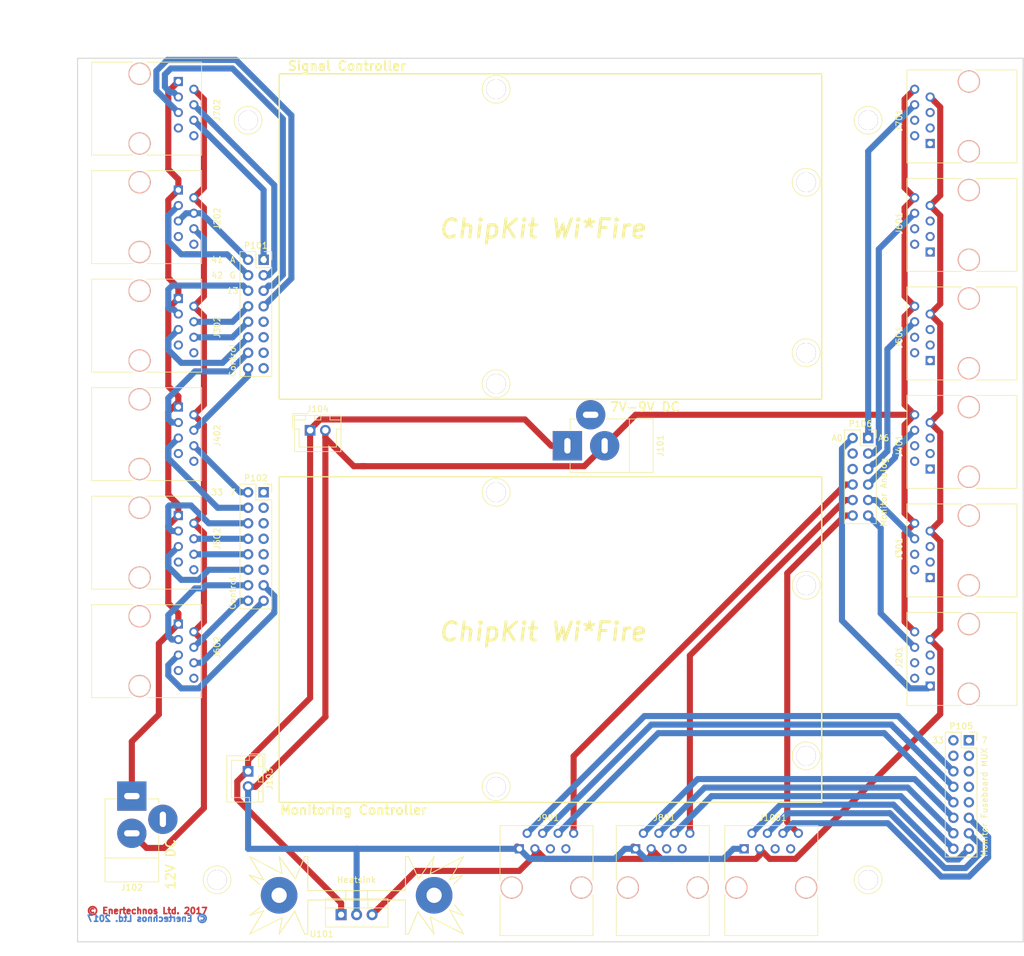
<source format=kicad_pcb>
(kicad_pcb (version 4) (host pcbnew 4.0.7)

  (general
    (links 79)
    (no_connects 0)
    (area 29.535716 11.279234 198.195001 196.560001)
    (thickness 1.6)
    (drawings 26)
    (tracks 348)
    (zones 0)
    (modules 37)
    (nets 47)
  )

  (page A4)
  (title_block
    (title "Breakout Board")
    (date 2017-12-14)
    (rev Rev3.3)
    (company "Enertechnos Ltd.")
    (comment 1 "FOR REVIEW")
  )

  (layers
    (0 F.Cu signal)
    (31 B.Cu signal)
    (32 B.Adhes user)
    (33 F.Adhes user)
    (34 B.Paste user)
    (35 F.Paste user)
    (36 B.SilkS user)
    (37 F.SilkS user)
    (38 B.Mask user)
    (39 F.Mask user)
    (40 Dwgs.User user)
    (41 Cmts.User user)
    (42 Eco1.User user)
    (43 Eco2.User user)
    (44 Edge.Cuts user)
    (45 Margin user)
    (46 B.CrtYd user)
    (47 F.CrtYd user)
    (48 B.Fab user)
    (49 F.Fab user)
  )

  (setup
    (last_trace_width 1)
    (trace_clearance 0.4)
    (zone_clearance 0.508)
    (zone_45_only no)
    (trace_min 0.2)
    (segment_width 0.2)
    (edge_width 0.15)
    (via_size 1.5)
    (via_drill 0.8)
    (via_min_size 0.4)
    (via_min_drill 0.3)
    (uvia_size 0.3)
    (uvia_drill 0.1)
    (uvias_allowed no)
    (uvia_min_size 0.2)
    (uvia_min_drill 0.1)
    (pcb_text_width 0.3)
    (pcb_text_size 1.5 1.5)
    (mod_edge_width 0.15)
    (mod_text_size 1 1)
    (mod_text_width 0.15)
    (pad_size 1.524 1.524)
    (pad_drill 0.762)
    (pad_to_mask_clearance 0.2)
    (aux_axis_origin 0 0)
    (visible_elements 7FFFEFFF)
    (pcbplotparams
      (layerselection 0x00030_80000001)
      (usegerberextensions false)
      (excludeedgelayer true)
      (linewidth 0.100000)
      (plotframeref false)
      (viasonmask false)
      (mode 1)
      (useauxorigin false)
      (hpglpennumber 1)
      (hpglpenspeed 20)
      (hpglpendiameter 15)
      (hpglpenoverlay 2)
      (psnegative false)
      (psa4output false)
      (plotreference true)
      (plotvalue true)
      (plotinvisibletext false)
      (padsonsilk false)
      (subtractmaskfromsilk false)
      (outputformat 1)
      (mirror false)
      (drillshape 1)
      (scaleselection 1)
      (outputdirectory ""))
  )

  (net 0 "")
  (net 1 ARD_TEMP_HB)
  (net 2 ARD_PWM_1)
  (net 3 ARD_PWM_3)
  (net 4 ARD_PWM_2)
  (net 5 ARD_PWM_4)
  (net 6 ARD_TEMP_A)
  (net 7 ARD_GND)
  (net 8 DC_IN)
  (net 9 DC_GND)
  (net 10 ARD_PWM_5)
  (net 11 ARD_PWM_6)
  (net 12 ARD_PWM_7)
  (net 13 ARD_PWM_8)
  (net 14 ARD_HBRIDGE_A)
  (net 15 ARD_HBRIDGE_B)
  (net 16 ARD_PWM_9)
  (net 17 ARD_PWM_10)
  (net 18 ARD_PWM_11)
  (net 19 ARD_PWM_12)
  (net 20 ARD_PWM_13)
  (net 21 ARD_PWM_14)
  (net 22 ARD_PWM_15)
  (net 23 ARD_PWM_16)
  (net 24 "Net-(J101-Pad1)")
  (net 25 ARD_TEMP_D)
  (net 26 ARD_TEMP_C)
  (net 27 ARD_TEMP_B)
  (net 28 FB1A)
  (net 29 FB1B)
  (net 30 FB1C)
  (net 31 ARD_VOLTS_1)
  (net 32 FB2A)
  (net 33 FB2B)
  (net 34 FB2C)
  (net 35 ARD_VOLTS_2)
  (net 36 FB3A)
  (net 37 FB3B)
  (net 38 FB3C)
  (net 39 ARD_VOLTS_3)
  (net 40 ARD_TEMP_E)
  (net 41 ARD_CUR_HB)
  (net 42 ARD_VCC)
  (net 43 ARD_PWM_17)
  (net 44 ARD_PWM_18)
  (net 45 ARD_PWM_19)
  (net 46 ARD_PWM_20)

  (net_class Default "This is the default net class."
    (clearance 0.4)
    (trace_width 1)
    (via_dia 1.5)
    (via_drill 0.8)
    (uvia_dia 0.3)
    (uvia_drill 0.1)
    (add_net ARD_CUR_HB)
    (add_net ARD_GND)
    (add_net ARD_HBRIDGE_A)
    (add_net ARD_HBRIDGE_B)
    (add_net ARD_PWM_1)
    (add_net ARD_PWM_10)
    (add_net ARD_PWM_11)
    (add_net ARD_PWM_12)
    (add_net ARD_PWM_13)
    (add_net ARD_PWM_14)
    (add_net ARD_PWM_15)
    (add_net ARD_PWM_16)
    (add_net ARD_PWM_17)
    (add_net ARD_PWM_18)
    (add_net ARD_PWM_19)
    (add_net ARD_PWM_2)
    (add_net ARD_PWM_20)
    (add_net ARD_PWM_3)
    (add_net ARD_PWM_4)
    (add_net ARD_PWM_5)
    (add_net ARD_PWM_6)
    (add_net ARD_PWM_7)
    (add_net ARD_PWM_8)
    (add_net ARD_PWM_9)
    (add_net ARD_TEMP_A)
    (add_net ARD_TEMP_B)
    (add_net ARD_TEMP_C)
    (add_net ARD_TEMP_D)
    (add_net ARD_TEMP_E)
    (add_net ARD_TEMP_HB)
    (add_net ARD_VCC)
    (add_net ARD_VOLTS_1)
    (add_net ARD_VOLTS_2)
    (add_net ARD_VOLTS_3)
    (add_net DC_GND)
    (add_net DC_IN)
    (add_net FB1A)
    (add_net FB1B)
    (add_net FB1C)
    (add_net FB2A)
    (add_net FB2B)
    (add_net FB2C)
    (add_net FB3A)
    (add_net FB3B)
    (add_net FB3C)
    (add_net "Net-(J101-Pad1)")
  )

  (module PartsLibraries:MountingHole (layer F.Cu) (tedit 5A393192) (tstamp 5A393673)
    (at 66.04 154.94)
    (descr "module 1 pin (ou trou mecanique de percage)")
    (tags DEV)
    (fp_text reference "" (at 0 -3.048) (layer F.SilkS)
      (effects (font (size 1 1) (thickness 0.15)))
    )
    (fp_text value Mount (at 0 3) (layer F.Fab)
      (effects (font (size 1 1) (thickness 0.15)))
    )
    (fp_circle (center 0 0) (end 2 0.8) (layer F.Fab) (width 0.1))
    (fp_circle (center 0 0) (end 2.6 0) (layer F.CrtYd) (width 0.05))
    (fp_circle (center 0 0) (end 0 -2.286) (layer F.SilkS) (width 0.12))
    (pad 1 thru_hole circle (at 0 0) (size 3.2 3.2) (drill 3.2) (layers *.Cu *.Mask)
      (clearance 1))
  )

  (module PartsLibraries:MountingHole (layer F.Cu) (tedit 5A393192) (tstamp 5A393667)
    (at 172.72 154.94)
    (descr "module 1 pin (ou trou mecanique de percage)")
    (tags DEV)
    (fp_text reference "" (at 0 -3.048) (layer F.SilkS)
      (effects (font (size 1 1) (thickness 0.15)))
    )
    (fp_text value Mount (at 0 3) (layer F.Fab)
      (effects (font (size 1 1) (thickness 0.15)))
    )
    (fp_circle (center 0 0) (end 2 0.8) (layer F.Fab) (width 0.1))
    (fp_circle (center 0 0) (end 2.6 0) (layer F.CrtYd) (width 0.05))
    (fp_circle (center 0 0) (end 0 -2.286) (layer F.SilkS) (width 0.12))
    (pad 1 thru_hole circle (at 0 0) (size 3.2 3.2) (drill 3.2) (layers *.Cu *.Mask)
      (clearance 1))
  )

  (module PartsLibraries:MountingHole (layer F.Cu) (tedit 5A393192) (tstamp 5A393660)
    (at 172.72 30.48)
    (descr "module 1 pin (ou trou mecanique de percage)")
    (tags DEV)
    (fp_text reference "" (at 0 -3.048) (layer F.SilkS)
      (effects (font (size 1 1) (thickness 0.15)))
    )
    (fp_text value Mount (at 0 3) (layer F.Fab)
      (effects (font (size 1 1) (thickness 0.15)))
    )
    (fp_circle (center 0 0) (end 2 0.8) (layer F.Fab) (width 0.1))
    (fp_circle (center 0 0) (end 2.6 0) (layer F.CrtYd) (width 0.05))
    (fp_circle (center 0 0) (end 0 -2.286) (layer F.SilkS) (width 0.12))
    (pad 1 thru_hole circle (at 0 0) (size 3.2 3.2) (drill 3.2) (layers *.Cu *.Mask)
      (clearance 1))
  )

  (module PartsLibraries:MountingHole (layer F.Cu) (tedit 5A393192) (tstamp 5A393651)
    (at 71.12 30.48)
    (descr "module 1 pin (ou trou mecanique de percage)")
    (tags DEV)
    (fp_text reference "" (at 0 -3.048) (layer F.SilkS)
      (effects (font (size 1 1) (thickness 0.15)))
    )
    (fp_text value Mount (at 0 3) (layer F.Fab)
      (effects (font (size 1 1) (thickness 0.15)))
    )
    (fp_circle (center 0 0) (end 2 0.8) (layer F.Fab) (width 0.1))
    (fp_circle (center 0 0) (end 2.6 0) (layer F.CrtYd) (width 0.05))
    (fp_circle (center 0 0) (end 0 -2.286) (layer F.SilkS) (width 0.12))
    (pad 1 thru_hole circle (at 0 0) (size 3.2 3.2) (drill 3.2) (layers *.Cu *.Mask)
      (clearance 1))
  )

  (module PartsLibraries:MountingHole (layer F.Cu) (tedit 5A393192) (tstamp 5A393648)
    (at 162.56 106.68)
    (descr "module 1 pin (ou trou mecanique de percage)")
    (tags DEV)
    (fp_text reference "" (at 0 -3.048) (layer F.SilkS)
      (effects (font (size 1 1) (thickness 0.15)))
    )
    (fp_text value Mount (at 0 3) (layer F.Fab)
      (effects (font (size 1 1) (thickness 0.15)))
    )
    (fp_circle (center 0 0) (end 2 0.8) (layer F.Fab) (width 0.1))
    (fp_circle (center 0 0) (end 2.6 0) (layer F.CrtYd) (width 0.05))
    (fp_circle (center 0 0) (end 0 -2.286) (layer F.SilkS) (width 0.12))
    (pad 1 thru_hole circle (at 0 0) (size 3.2 3.2) (drill 3.2) (layers *.Cu *.Mask)
      (clearance 1))
  )

  (module PartsLibraries:MountingHole (layer F.Cu) (tedit 5A393192) (tstamp 5A393641)
    (at 111.76 91.44)
    (descr "module 1 pin (ou trou mecanique de percage)")
    (tags DEV)
    (fp_text reference "" (at 0 -3.048) (layer F.SilkS)
      (effects (font (size 1 1) (thickness 0.15)))
    )
    (fp_text value Mount (at 0 3) (layer F.Fab)
      (effects (font (size 1 1) (thickness 0.15)))
    )
    (fp_circle (center 0 0) (end 2 0.8) (layer F.Fab) (width 0.1))
    (fp_circle (center 0 0) (end 2.6 0) (layer F.CrtYd) (width 0.05))
    (fp_circle (center 0 0) (end 0 -2.286) (layer F.SilkS) (width 0.12))
    (pad 1 thru_hole circle (at 0 0) (size 3.2 3.2) (drill 3.2) (layers *.Cu *.Mask)
      (clearance 1))
  )

  (module PartsLibraries:MountingHole (layer F.Cu) (tedit 5A393192) (tstamp 5A39363A)
    (at 162.56 134.62)
    (descr "module 1 pin (ou trou mecanique de percage)")
    (tags DEV)
    (fp_text reference "" (at 0 -3.048) (layer F.SilkS)
      (effects (font (size 1 1) (thickness 0.15)))
    )
    (fp_text value Mount (at 0 3) (layer F.Fab)
      (effects (font (size 1 1) (thickness 0.15)))
    )
    (fp_circle (center 0 0) (end 2 0.8) (layer F.Fab) (width 0.1))
    (fp_circle (center 0 0) (end 2.6 0) (layer F.CrtYd) (width 0.05))
    (fp_circle (center 0 0) (end 0 -2.286) (layer F.SilkS) (width 0.12))
    (pad 1 thru_hole circle (at 0 0) (size 3.2 3.2) (drill 3.2) (layers *.Cu *.Mask)
      (clearance 1))
  )

  (module PartsLibraries:MountingHole (layer F.Cu) (tedit 5A393192) (tstamp 5A393633)
    (at 111.76 139.7)
    (descr "module 1 pin (ou trou mecanique de percage)")
    (tags DEV)
    (fp_text reference "" (at 0 -3.048) (layer F.SilkS)
      (effects (font (size 1 1) (thickness 0.15)))
    )
    (fp_text value Mount (at 0 3) (layer F.Fab)
      (effects (font (size 1 1) (thickness 0.15)))
    )
    (fp_circle (center 0 0) (end 2 0.8) (layer F.Fab) (width 0.1))
    (fp_circle (center 0 0) (end 2.6 0) (layer F.CrtYd) (width 0.05))
    (fp_circle (center 0 0) (end 0 -2.286) (layer F.SilkS) (width 0.12))
    (pad 1 thru_hole circle (at 0 0) (size 3.2 3.2) (drill 3.2) (layers *.Cu *.Mask)
      (clearance 1))
  )

  (module PartsLibraries:MountingHole (layer F.Cu) (tedit 5A393192) (tstamp 5A393621)
    (at 162.56 40.64)
    (descr "module 1 pin (ou trou mecanique de percage)")
    (tags DEV)
    (fp_text reference "" (at 0 -3.048) (layer F.SilkS)
      (effects (font (size 1 1) (thickness 0.15)))
    )
    (fp_text value Mount (at 0 3) (layer F.Fab)
      (effects (font (size 1 1) (thickness 0.15)))
    )
    (fp_circle (center 0 0) (end 2 0.8) (layer F.Fab) (width 0.1))
    (fp_circle (center 0 0) (end 2.6 0) (layer F.CrtYd) (width 0.05))
    (fp_circle (center 0 0) (end 0 -2.286) (layer F.SilkS) (width 0.12))
    (pad 1 thru_hole circle (at 0 0) (size 3.2 3.2) (drill 3.2) (layers *.Cu *.Mask)
      (clearance 1))
  )

  (module PartsLibraries:MountingHole (layer F.Cu) (tedit 5A393192) (tstamp 5A393613)
    (at 162.56 68.58)
    (descr "module 1 pin (ou trou mecanique de percage)")
    (tags DEV)
    (fp_text reference "" (at 0 -3.048) (layer F.SilkS)
      (effects (font (size 1 1) (thickness 0.15)))
    )
    (fp_text value Mount (at 0 3) (layer F.Fab)
      (effects (font (size 1 1) (thickness 0.15)))
    )
    (fp_circle (center 0 0) (end 2 0.8) (layer F.Fab) (width 0.1))
    (fp_circle (center 0 0) (end 2.6 0) (layer F.CrtYd) (width 0.05))
    (fp_circle (center 0 0) (end 0 -2.286) (layer F.SilkS) (width 0.12))
    (pad 1 thru_hole circle (at 0 0) (size 3.2 3.2) (drill 3.2) (layers *.Cu *.Mask)
      (clearance 1))
  )

  (module PartsLibraries:MountingHole (layer F.Cu) (tedit 5A393192) (tstamp 5A39360C)
    (at 111.76 73.66)
    (descr "module 1 pin (ou trou mecanique de percage)")
    (tags DEV)
    (fp_text reference "" (at 0 -3.048) (layer F.SilkS)
      (effects (font (size 1 1) (thickness 0.15)))
    )
    (fp_text value Mount (at 0 3) (layer F.Fab)
      (effects (font (size 1 1) (thickness 0.15)))
    )
    (fp_circle (center 0 0) (end 2 0.8) (layer F.Fab) (width 0.1))
    (fp_circle (center 0 0) (end 2.6 0) (layer F.CrtYd) (width 0.05))
    (fp_circle (center 0 0) (end 0 -2.286) (layer F.SilkS) (width 0.12))
    (pad 1 thru_hole circle (at 0 0) (size 3.2 3.2) (drill 3.2) (layers *.Cu *.Mask)
      (clearance 1))
  )

  (module PartsLibraries:MountingHole (layer F.Cu) (tedit 5A393192) (tstamp 5A3935DE)
    (at 111.76 25.4)
    (descr "module 1 pin (ou trou mecanique de percage)")
    (tags DEV)
    (fp_text reference "" (at 0 -3.048) (layer F.SilkS)
      (effects (font (size 1 1) (thickness 0.15)))
    )
    (fp_text value Mount (at 0 3) (layer F.Fab)
      (effects (font (size 1 1) (thickness 0.15)))
    )
    (fp_circle (center 0 0) (end 2 0.8) (layer F.Fab) (width 0.1))
    (fp_circle (center 0 0) (end 2.6 0) (layer F.CrtYd) (width 0.05))
    (fp_circle (center 0 0) (end 0 -2.286) (layer F.SilkS) (width 0.12))
    (pad 1 thru_hole circle (at 0 0) (size 3.2 3.2) (drill 3.2) (layers *.Cu *.Mask)
      (clearance 1))
  )

  (module PartsLibraries:Heatsink_AAVID_ML73_25 (layer F.Cu) (tedit 5A3408D9) (tstamp 5A341969)
    (at 88.9 157.48)
    (descr "Heatsink, 35mm x 13mm, 2x Fixation 2,5mm Drill, Soldering, Fischer SK104-STC-STIC,")
    (tags "Heatsink, 35mm x 13mm, 2x Fixation 2,5mm Drill, Soldering, Fischer SK104-STC-STIC, Kuehlkoerper,  Strangkuehlkoerper, Loetbefestigung, for TO-220")
    (fp_text reference Heatsink (at -0.025 -2.54) (layer F.SilkS)
      (effects (font (size 1 1) (thickness 0.15)))
    )
    (fp_text value Heatsink_Heatsink_AAVID_ML73_25_2xDrill2.5mm (at 0.65 9.075) (layer F.Fab)
      (effects (font (size 1 1) (thickness 0.15)))
    )
    (fp_line (start -1.778 -0.762) (end -1.778 0.762) (layer F.SilkS) (width 0.15))
    (fp_line (start 1.778 -0.762) (end 1.778 0.762) (layer F.SilkS) (width 0.15))
    (fp_line (start -8.509 6.35) (end -8.001 6.35) (layer F.SilkS) (width 0.15))
    (fp_line (start 17.526 -6.35) (end 12.065 -3.556) (layer F.SilkS) (width 0.15))
    (fp_line (start 12.065 -3.556) (end 12.7 -6.35) (layer F.SilkS) (width 0.15))
    (fp_line (start -10.033 -2.667) (end -12.7 -6.35) (layer F.SilkS) (width 0.15))
    (fp_line (start -12.7 -6.35) (end -12.192 -3.556) (layer F.SilkS) (width 0.15))
    (fp_line (start -12.192 -3.556) (end -17.526 -6.35) (layer F.SilkS) (width 0.15))
    (fp_line (start -10.16 2.667) (end -12.7 6.35) (layer F.SilkS) (width 0.15))
    (fp_line (start -12.7 6.35) (end -12.192 3.683) (layer F.SilkS) (width 0.15))
    (fp_line (start -12.192 3.683) (end -17.526 6.35) (layer F.SilkS) (width 0.15))
    (fp_line (start -15.24 2.54) (end -17.526 6.35) (layer F.SilkS) (width 0.15))
    (fp_line (start -15.24 -2.54) (end -17.526 -6.35) (layer F.SilkS) (width 0.15))
    (fp_line (start 8.001 -6.35) (end 8.382 -6.35) (layer F.SilkS) (width 0.15))
    (fp_line (start 8.001 6.35) (end 8.509 6.35) (layer F.SilkS) (width 0.15))
    (fp_line (start 10.033 2.667) (end 12.7 6.35) (layer F.SilkS) (width 0.15))
    (fp_line (start 12.7 6.35) (end 12.065 3.556) (layer F.SilkS) (width 0.15))
    (fp_line (start 12.065 3.556) (end 17.526 6.35) (layer F.SilkS) (width 0.15))
    (fp_line (start 15.24 2.413) (end 17.526 3.302) (layer F.SilkS) (width 0.15))
    (fp_line (start 17.526 3.302) (end 16.002 1.524) (layer F.SilkS) (width 0.15))
    (fp_line (start 17.526 6.35) (end 15.24 2.413) (layer F.SilkS) (width 0.15))
    (fp_line (start 15.24 -2.54) (end 17.399 -3.302) (layer F.SilkS) (width 0.15))
    (fp_line (start 17.399 -3.302) (end 15.875 -1.778) (layer F.SilkS) (width 0.15))
    (fp_line (start 17.526 -6.35) (end 15.24 -2.54) (layer F.SilkS) (width 0.15))
    (fp_line (start 10.16 -2.667) (end 12.7 -6.35) (layer F.SilkS) (width 0.15))
    (fp_line (start 8.509 6.35) (end 10.033 2.667) (layer F.SilkS) (width 0.15))
    (fp_line (start 8.509 -6.35) (end 10.16 -2.667) (layer F.SilkS) (width 0.15))
    (fp_line (start -8.509 6.35) (end -10.16 2.54) (layer F.SilkS) (width 0.15))
    (fp_line (start -8.001 -6.35) (end -8.509 -6.35) (layer F.SilkS) (width 0.15))
    (fp_line (start -8.509 -6.35) (end -10.033 -2.667) (layer F.SilkS) (width 0.15))
    (fp_line (start -17.526 3.302) (end -15.748 1.905) (layer F.SilkS) (width 0.15))
    (fp_line (start -17.653 -3.302) (end -15.875 -1.778) (layer F.SilkS) (width 0.15))
    (fp_line (start -17.526 3.302) (end -15.24 2.54) (layer F.SilkS) (width 0.15))
    (fp_line (start -17.526 -3.302) (end -15.24 -2.54) (layer F.SilkS) (width 0.15))
    (fp_line (start 0 0.762) (end -8.001 0.762) (layer F.SilkS) (width 0.15))
    (fp_line (start -8.001 0.762) (end -8.001 6.35) (layer F.SilkS) (width 0.15))
    (fp_line (start 0 0.762) (end 8.001 0.762) (layer F.SilkS) (width 0.15))
    (fp_line (start 8.001 0.762) (end 8.001 6.35) (layer F.SilkS) (width 0.15))
    (fp_line (start 0 -0.762) (end -8.001 -0.762) (layer F.SilkS) (width 0.15))
    (fp_line (start -8.001 -0.762) (end -8.001 -6.35) (layer F.SilkS) (width 0.15))
    (fp_line (start 0 -0.762) (end 8.001 -0.762) (layer F.SilkS) (width 0.15))
    (fp_line (start 8.001 -0.762) (end 8.001 -6.35) (layer F.SilkS) (width 0.15))
    (pad 1 thru_hole circle (at 12.7 0) (size 5.99948 5.99948) (drill 2.49936) (layers *.Cu *.Mask))
    (pad 1 thru_hole circle (at -12.7 0) (size 5.99948 5.99948) (drill 2.49936) (layers *.Cu *.Mask))
    (model C:/Development/mlihardware/Heatsink_30mm.wrl
      (at (xyz 0 0 0))
      (scale (xyz 1 1 1))
      (rotate (xyz 270 0 0))
    )
  )

  (module TO_SOT_Packages_THT:TO-220-3_Vertical (layer F.Cu) (tedit 58CE52AD) (tstamp 5A33F908)
    (at 86.36 160.655)
    (descr "TO-220-3, Vertical, RM 2.54mm")
    (tags "TO-220-3 Vertical RM 2.54mm")
    (path /5A342FBC)
    (fp_text reference U101 (at -3.175 3.175) (layer F.SilkS)
      (effects (font (size 1 1) (thickness 0.15)))
    )
    (fp_text value UA78M33 (at 2.54 3.92) (layer F.Fab)
      (effects (font (size 1 1) (thickness 0.15)))
    )
    (fp_text user %R (at -3.175 3.175) (layer F.Fab)
      (effects (font (size 1 1) (thickness 0.15)))
    )
    (fp_line (start -2.46 -2.5) (end -2.46 1.9) (layer F.Fab) (width 0.1))
    (fp_line (start -2.46 1.9) (end 7.54 1.9) (layer F.Fab) (width 0.1))
    (fp_line (start 7.54 1.9) (end 7.54 -2.5) (layer F.Fab) (width 0.1))
    (fp_line (start 7.54 -2.5) (end -2.46 -2.5) (layer F.Fab) (width 0.1))
    (fp_line (start -2.46 -1.23) (end 7.54 -1.23) (layer F.Fab) (width 0.1))
    (fp_line (start 0.69 -2.5) (end 0.69 -1.23) (layer F.Fab) (width 0.1))
    (fp_line (start 4.39 -2.5) (end 4.39 -1.23) (layer F.Fab) (width 0.1))
    (fp_line (start -2.58 -2.62) (end 7.66 -2.62) (layer F.SilkS) (width 0.12))
    (fp_line (start -2.58 2.021) (end 7.66 2.021) (layer F.SilkS) (width 0.12))
    (fp_line (start -2.58 -2.62) (end -2.58 2.021) (layer F.SilkS) (width 0.12))
    (fp_line (start 7.66 -2.62) (end 7.66 2.021) (layer F.SilkS) (width 0.12))
    (fp_line (start -2.58 -1.11) (end 7.66 -1.11) (layer F.SilkS) (width 0.12))
    (fp_line (start 0.69 -2.62) (end 0.69 -1.11) (layer F.SilkS) (width 0.12))
    (fp_line (start 4.391 -2.62) (end 4.391 -1.11) (layer F.SilkS) (width 0.12))
    (fp_line (start -2.71 -2.75) (end -2.71 2.16) (layer F.CrtYd) (width 0.05))
    (fp_line (start -2.71 2.16) (end 7.79 2.16) (layer F.CrtYd) (width 0.05))
    (fp_line (start 7.79 2.16) (end 7.79 -2.75) (layer F.CrtYd) (width 0.05))
    (fp_line (start 7.79 -2.75) (end -2.71 -2.75) (layer F.CrtYd) (width 0.05))
    (pad 1 thru_hole rect (at 0 0) (size 1.8 1.8) (drill 1) (layers *.Cu *.Mask)
      (net 24 "Net-(J101-Pad1)"))
    (pad 2 thru_hole oval (at 2.54 0) (size 1.8 1.8) (drill 1) (layers *.Cu *.Mask)
      (net 7 ARD_GND))
    (pad 3 thru_hole oval (at 5.08 0) (size 1.8 1.8) (drill 1) (layers *.Cu *.Mask)
      (net 42 ARD_VCC))
    (model ${KISYS3DMOD}/TO_SOT_Packages_THT.3dshapes/TO-220_Vertical.wrl
      (at (xyz 0.1 0 0))
      (scale (xyz 0.393701 0.393701 0.393701))
      (rotate (xyz 0 0 0))
    )
  )

  (module Socket_Strips:Socket_Strip_Straight_2x08_Pitch2.54mm (layer F.Cu) (tedit 5A32ADF2) (tstamp 5A2EB8F3)
    (at 73.66 91.44)
    (descr "Through hole straight socket strip, 2x08, 2.54mm pitch, double rows")
    (tags "Through hole socket strip THT 2x08 2.54mm double row")
    (path /599EFF88)
    (fp_text reference P102 (at -1.27 -2.33) (layer F.SilkS)
      (effects (font (size 1 1) (thickness 0.15)))
    )
    (fp_text value Digital (at -1.27 20.11) (layer F.Fab)
      (effects (font (size 1 1) (thickness 0.15)))
    )
    (fp_text user 7 (at -5.08 0) (layer F.SilkS)
      (effects (font (size 1 1) (thickness 0.15)))
    )
    (fp_text user 33 (at -7.62 0) (layer F.SilkS)
      (effects (font (size 1 1) (thickness 0.15)))
    )
    (fp_text user Control (at -5.08 16.51 90) (layer F.SilkS)
      (effects (font (size 1 1) (thickness 0.15)))
    )
    (fp_line (start -3.81 -1.27) (end -3.81 19.05) (layer F.Fab) (width 0.1))
    (fp_line (start -3.81 19.05) (end 1.27 19.05) (layer F.Fab) (width 0.1))
    (fp_line (start 1.27 19.05) (end 1.27 -1.27) (layer F.Fab) (width 0.1))
    (fp_line (start 1.27 -1.27) (end -3.81 -1.27) (layer F.Fab) (width 0.1))
    (fp_line (start 1.33 1.27) (end 1.33 19.11) (layer F.SilkS) (width 0.12))
    (fp_line (start 1.33 19.11) (end -3.87 19.11) (layer F.SilkS) (width 0.12))
    (fp_line (start -3.87 19.11) (end -3.87 -1.33) (layer F.SilkS) (width 0.12))
    (fp_line (start -3.87 -1.33) (end -1.27 -1.33) (layer F.SilkS) (width 0.12))
    (fp_line (start -1.27 -1.33) (end -1.27 1.27) (layer F.SilkS) (width 0.12))
    (fp_line (start -1.27 1.27) (end 1.33 1.27) (layer F.SilkS) (width 0.12))
    (fp_line (start 1.33 0) (end 1.33 -1.33) (layer F.SilkS) (width 0.12))
    (fp_line (start 1.33 -1.33) (end 0.06 -1.33) (layer F.SilkS) (width 0.12))
    (fp_line (start -4.35 -1.8) (end -4.35 19.55) (layer F.CrtYd) (width 0.05))
    (fp_line (start -4.35 19.55) (end 1.8 19.55) (layer F.CrtYd) (width 0.05))
    (fp_line (start 1.8 19.55) (end 1.8 -1.8) (layer F.CrtYd) (width 0.05))
    (fp_line (start 1.8 -1.8) (end -4.35 -1.8) (layer F.CrtYd) (width 0.05))
    (fp_text user %R (at -1.27 -2.33) (layer F.Fab)
      (effects (font (size 1 1) (thickness 0.15)))
    )
    (pad 1 thru_hole rect (at 0 0) (size 1.7 1.7) (drill 1) (layers *.Cu *.Mask))
    (pad 2 thru_hole oval (at -2.54 0) (size 1.7 1.7) (drill 1) (layers *.Cu *.Mask)
      (net 13 ARD_PWM_8))
    (pad 3 thru_hole oval (at 0 2.54) (size 1.7 1.7) (drill 1) (layers *.Cu *.Mask))
    (pad 4 thru_hole oval (at -2.54 2.54) (size 1.7 1.7) (drill 1) (layers *.Cu *.Mask)
      (net 12 ARD_PWM_7))
    (pad 5 thru_hole oval (at 0 5.08) (size 1.7 1.7) (drill 1) (layers *.Cu *.Mask))
    (pad 6 thru_hole oval (at -2.54 5.08) (size 1.7 1.7) (drill 1) (layers *.Cu *.Mask)
      (net 16 ARD_PWM_9))
    (pad 7 thru_hole oval (at 0 7.62) (size 1.7 1.7) (drill 1) (layers *.Cu *.Mask))
    (pad 8 thru_hole oval (at -2.54 7.62) (size 1.7 1.7) (drill 1) (layers *.Cu *.Mask)
      (net 17 ARD_PWM_10))
    (pad 9 thru_hole oval (at 0 10.16) (size 1.7 1.7) (drill 1) (layers *.Cu *.Mask))
    (pad 10 thru_hole oval (at -2.54 10.16) (size 1.7 1.7) (drill 1) (layers *.Cu *.Mask)
      (net 19 ARD_PWM_12))
    (pad 11 thru_hole oval (at 0 12.7) (size 1.7 1.7) (drill 1) (layers *.Cu *.Mask))
    (pad 12 thru_hole oval (at -2.54 12.7) (size 1.7 1.7) (drill 1) (layers *.Cu *.Mask)
      (net 18 ARD_PWM_11))
    (pad 13 thru_hole oval (at 0 15.24) (size 1.7 1.7) (drill 1) (layers *.Cu *.Mask)
      (net 22 ARD_PWM_15))
    (pad 14 thru_hole oval (at -2.54 15.24) (size 1.7 1.7) (drill 1) (layers *.Cu *.Mask)
      (net 20 ARD_PWM_13))
    (pad 15 thru_hole oval (at 0 17.78) (size 1.7 1.7) (drill 1) (layers *.Cu *.Mask)
      (net 23 ARD_PWM_16))
    (pad 16 thru_hole oval (at -2.54 17.78) (size 1.7 1.7) (drill 1) (layers *.Cu *.Mask)
      (net 21 ARD_PWM_14))
    (model ${KISYS3DMOD}/Socket_Strips.3dshapes/Socket_Strip_Straight_2x08_Pitch2.54mm.wrl
      (at (xyz -0.05 -0.35 0))
      (scale (xyz 1 1 1))
      (rotate (xyz 0 0 270))
    )
  )

  (module Socket_Strips:Socket_Strip_Straight_2x08_Pitch2.54mm (layer F.Cu) (tedit 5A32AD16) (tstamp 5A2EB8CE)
    (at 73.66 53.34)
    (descr "Through hole straight socket strip, 2x08, 2.54mm pitch, double rows")
    (tags "Through hole socket strip THT 2x08 2.54mm double row")
    (path /599F28C2)
    (fp_text reference P101 (at -1.27 -2.33) (layer F.SilkS)
      (effects (font (size 1 1) (thickness 0.15)))
    )
    (fp_text value Digital (at -1.27 20.11) (layer F.Fab)
      (effects (font (size 1 1) (thickness 0.15)))
    )
    (fp_text user Control (at -5.08 16.51 90) (layer F.SilkS)
      (effects (font (size 1 1) (thickness 0.15)))
    )
    (fp_text user 42 (at -7.62 2.54) (layer F.SilkS)
      (effects (font (size 1 1) (thickness 0.15)))
    )
    (fp_text user 41 (at -7.62 0) (layer F.SilkS)
      (effects (font (size 1 1) (thickness 0.15)))
    )
    (fp_text user 13 (at -5.08 5.08) (layer F.SilkS)
      (effects (font (size 1 1) (thickness 0.15)))
    )
    (fp_text user G (at -5.08 2.54) (layer F.SilkS)
      (effects (font (size 1 1) (thickness 0.15)))
    )
    (fp_text user G (at 0 0) (layer F.SilkS)
      (effects (font (size 1 1) (thickness 0.15)))
    )
    (fp_text user A (at -5.08 0) (layer F.SilkS)
      (effects (font (size 1 1) (thickness 0.15)))
    )
    (fp_line (start -3.81 -1.27) (end -3.81 19.05) (layer F.Fab) (width 0.1))
    (fp_line (start -3.81 19.05) (end 1.27 19.05) (layer F.Fab) (width 0.1))
    (fp_line (start 1.27 19.05) (end 1.27 -1.27) (layer F.Fab) (width 0.1))
    (fp_line (start 1.27 -1.27) (end -3.81 -1.27) (layer F.Fab) (width 0.1))
    (fp_line (start 1.33 1.27) (end 1.33 19.11) (layer F.SilkS) (width 0.12))
    (fp_line (start 1.33 19.11) (end -3.87 19.11) (layer F.SilkS) (width 0.12))
    (fp_line (start -3.87 19.11) (end -3.87 -1.33) (layer F.SilkS) (width 0.12))
    (fp_line (start -3.87 -1.33) (end -1.27 -1.33) (layer F.SilkS) (width 0.12))
    (fp_line (start -1.27 -1.33) (end -1.27 1.27) (layer F.SilkS) (width 0.12))
    (fp_line (start -1.27 1.27) (end 1.33 1.27) (layer F.SilkS) (width 0.12))
    (fp_line (start 1.33 0) (end 1.33 -1.33) (layer F.SilkS) (width 0.12))
    (fp_line (start 1.33 -1.33) (end 0.06 -1.33) (layer F.SilkS) (width 0.12))
    (fp_line (start -4.35 -1.8) (end -4.35 19.55) (layer F.CrtYd) (width 0.05))
    (fp_line (start -4.35 19.55) (end 1.8 19.55) (layer F.CrtYd) (width 0.05))
    (fp_line (start 1.8 19.55) (end 1.8 -1.8) (layer F.CrtYd) (width 0.05))
    (fp_line (start 1.8 -1.8) (end -4.35 -1.8) (layer F.CrtYd) (width 0.05))
    (fp_text user %R (at -1.27 -2.33) (layer F.Fab)
      (effects (font (size 1 1) (thickness 0.15)))
    )
    (pad 1 thru_hole rect (at 0 0) (size 1.7 1.7) (drill 1) (layers *.Cu *.Mask)
      (net 46 ARD_PWM_20))
    (pad 2 thru_hole oval (at -2.54 0) (size 1.7 1.7) (drill 1) (layers *.Cu *.Mask)
      (net 15 ARD_HBRIDGE_B))
    (pad 3 thru_hole oval (at 0 2.54) (size 1.7 1.7) (drill 1) (layers *.Cu *.Mask)
      (net 44 ARD_PWM_18))
    (pad 4 thru_hole oval (at -2.54 2.54) (size 1.7 1.7) (drill 1) (layers *.Cu *.Mask)
      (net 14 ARD_HBRIDGE_A))
    (pad 5 thru_hole oval (at 0 5.08) (size 1.7 1.7) (drill 1) (layers *.Cu *.Mask)
      (net 43 ARD_PWM_17))
    (pad 6 thru_hole oval (at -2.54 5.08) (size 1.7 1.7) (drill 1) (layers *.Cu *.Mask)
      (net 2 ARD_PWM_1))
    (pad 7 thru_hole oval (at 0 7.62) (size 1.7 1.7) (drill 1) (layers *.Cu *.Mask)
      (net 45 ARD_PWM_19))
    (pad 8 thru_hole oval (at -2.54 7.62) (size 1.7 1.7) (drill 1) (layers *.Cu *.Mask)
      (net 4 ARD_PWM_2))
    (pad 9 thru_hole oval (at 0 10.16) (size 1.7 1.7) (drill 1) (layers *.Cu *.Mask))
    (pad 10 thru_hole oval (at -2.54 10.16) (size 1.7 1.7) (drill 1) (layers *.Cu *.Mask)
      (net 5 ARD_PWM_4))
    (pad 11 thru_hole oval (at 0 12.7) (size 1.7 1.7) (drill 1) (layers *.Cu *.Mask))
    (pad 12 thru_hole oval (at -2.54 12.7) (size 1.7 1.7) (drill 1) (layers *.Cu *.Mask)
      (net 3 ARD_PWM_3))
    (pad 13 thru_hole oval (at 0 15.24) (size 1.7 1.7) (drill 1) (layers *.Cu *.Mask))
    (pad 14 thru_hole oval (at -2.54 15.24) (size 1.7 1.7) (drill 1) (layers *.Cu *.Mask)
      (net 10 ARD_PWM_5))
    (pad 15 thru_hole oval (at 0 17.78) (size 1.7 1.7) (drill 1) (layers *.Cu *.Mask))
    (pad 16 thru_hole oval (at -2.54 17.78) (size 1.7 1.7) (drill 1) (layers *.Cu *.Mask)
      (net 11 ARD_PWM_6))
    (model ${KISYS3DMOD}/Socket_Strips.3dshapes/Socket_Strip_Straight_2x08_Pitch2.54mm.wrl
      (at (xyz -0.05 -0.35 0))
      (scale (xyz 1 1 1))
      (rotate (xyz 0 0 270))
    )
  )

  (module Socket_Strips:Socket_Strip_Straight_2x08_Pitch2.54mm (layer F.Cu) (tedit 5A32AD7D) (tstamp 5A317B9B)
    (at 189.23 132.08)
    (descr "Through hole straight socket strip, 2x08, 2.54mm pitch, double rows")
    (tags "Through hole socket strip THT 2x08 2.54mm double row")
    (path /599F76EC)
    (fp_text reference P105 (at -1.27 -2.33) (layer F.SilkS)
      (effects (font (size 1 1) (thickness 0.15)))
    )
    (fp_text value Digital (at -1.27 20.11) (layer F.Fab)
      (effects (font (size 1 1) (thickness 0.15)))
    )
    (fp_text user 7 (at 2.54 0) (layer F.SilkS)
      (effects (font (size 1 1) (thickness 0.15)))
    )
    (fp_text user 33 (at -5.08 0) (layer F.SilkS)
      (effects (font (size 1 1) (thickness 0.15)))
    )
    (fp_text user "Monitor Fuseboard MUX" (at 2.54 10.16 90) (layer F.SilkS)
      (effects (font (size 1 1) (thickness 0.15)))
    )
    (fp_line (start -3.81 -1.27) (end -3.81 19.05) (layer F.Fab) (width 0.1))
    (fp_line (start -3.81 19.05) (end 1.27 19.05) (layer F.Fab) (width 0.1))
    (fp_line (start 1.27 19.05) (end 1.27 -1.27) (layer F.Fab) (width 0.1))
    (fp_line (start 1.27 -1.27) (end -3.81 -1.27) (layer F.Fab) (width 0.1))
    (fp_line (start 1.33 1.27) (end 1.33 19.11) (layer F.SilkS) (width 0.12))
    (fp_line (start 1.33 19.11) (end -3.87 19.11) (layer F.SilkS) (width 0.12))
    (fp_line (start -3.87 19.11) (end -3.87 -1.33) (layer F.SilkS) (width 0.12))
    (fp_line (start -3.87 -1.33) (end -1.27 -1.33) (layer F.SilkS) (width 0.12))
    (fp_line (start -1.27 -1.33) (end -1.27 1.27) (layer F.SilkS) (width 0.12))
    (fp_line (start -1.27 1.27) (end 1.33 1.27) (layer F.SilkS) (width 0.12))
    (fp_line (start 1.33 0) (end 1.33 -1.33) (layer F.SilkS) (width 0.12))
    (fp_line (start 1.33 -1.33) (end 0.06 -1.33) (layer F.SilkS) (width 0.12))
    (fp_line (start -4.35 -1.8) (end -4.35 19.55) (layer F.CrtYd) (width 0.05))
    (fp_line (start -4.35 19.55) (end 1.8 19.55) (layer F.CrtYd) (width 0.05))
    (fp_line (start 1.8 19.55) (end 1.8 -1.8) (layer F.CrtYd) (width 0.05))
    (fp_line (start 1.8 -1.8) (end -4.35 -1.8) (layer F.CrtYd) (width 0.05))
    (fp_text user %R (at -1.27 -2.33) (layer F.Fab)
      (effects (font (size 1 1) (thickness 0.15)))
    )
    (pad 1 thru_hole rect (at 0 0) (size 1.7 1.7) (drill 1) (layers *.Cu *.Mask))
    (pad 2 thru_hole oval (at -2.54 0) (size 1.7 1.7) (drill 1) (layers *.Cu *.Mask))
    (pad 3 thru_hole oval (at 0 2.54) (size 1.7 1.7) (drill 1) (layers *.Cu *.Mask))
    (pad 4 thru_hole oval (at -2.54 2.54) (size 1.7 1.7) (drill 1) (layers *.Cu *.Mask))
    (pad 5 thru_hole oval (at 0 5.08) (size 1.7 1.7) (drill 1) (layers *.Cu *.Mask))
    (pad 6 thru_hole oval (at -2.54 5.08) (size 1.7 1.7) (drill 1) (layers *.Cu *.Mask)
      (net 32 FB2A))
    (pad 7 thru_hole oval (at 0 7.62) (size 1.7 1.7) (drill 1) (layers *.Cu *.Mask))
    (pad 8 thru_hole oval (at -2.54 7.62) (size 1.7 1.7) (drill 1) (layers *.Cu *.Mask)
      (net 33 FB2B))
    (pad 9 thru_hole oval (at 0 10.16) (size 1.7 1.7) (drill 1) (layers *.Cu *.Mask))
    (pad 10 thru_hole oval (at -2.54 10.16) (size 1.7 1.7) (drill 1) (layers *.Cu *.Mask)
      (net 34 FB2C))
    (pad 11 thru_hole oval (at 0 12.7) (size 1.7 1.7) (drill 1) (layers *.Cu *.Mask)
      (net 38 FB3C))
    (pad 12 thru_hole oval (at -2.54 12.7) (size 1.7 1.7) (drill 1) (layers *.Cu *.Mask)
      (net 28 FB1A))
    (pad 13 thru_hole oval (at 0 15.24) (size 1.7 1.7) (drill 1) (layers *.Cu *.Mask)
      (net 37 FB3B))
    (pad 14 thru_hole oval (at -2.54 15.24) (size 1.7 1.7) (drill 1) (layers *.Cu *.Mask)
      (net 29 FB1B))
    (pad 15 thru_hole oval (at 0 17.78) (size 1.7 1.7) (drill 1) (layers *.Cu *.Mask)
      (net 36 FB3A))
    (pad 16 thru_hole oval (at -2.54 17.78) (size 1.7 1.7) (drill 1) (layers *.Cu *.Mask)
      (net 30 FB1C))
    (model ${KISYS3DMOD}/Socket_Strips.3dshapes/Socket_Strip_Straight_2x08_Pitch2.54mm.wrl
      (at (xyz -0.05 -0.35 0))
      (scale (xyz 1 1 1))
      (rotate (xyz 0 0 270))
    )
  )

  (module Socket_Strips:Socket_Strip_Straight_2x06_Pitch2.54mm (layer F.Cu) (tedit 5A32ACE3) (tstamp 5A2EB97F)
    (at 172.72 82.55)
    (descr "Through hole straight socket strip, 2x06, 2.54mm pitch, double rows")
    (tags "Through hole socket strip THT 2x06 2.54mm double row")
    (path /599F771D)
    (fp_text reference P106 (at -1.27 -2.33) (layer F.SilkS)
      (effects (font (size 1 1) (thickness 0.15)))
    )
    (fp_text value Analog (at -1.27 15.03) (layer F.Fab)
      (effects (font (size 1 1) (thickness 0.15)))
    )
    (fp_text user "Monitor Analog" (at 2.54 8.89 90) (layer F.SilkS)
      (effects (font (size 1 1) (thickness 0.15)))
    )
    (fp_text user A0 (at -5.08 0) (layer F.SilkS)
      (effects (font (size 1 1) (thickness 0.15)))
    )
    (fp_text user A6 (at 2.54 0) (layer F.SilkS)
      (effects (font (size 1 1) (thickness 0.15)))
    )
    (fp_line (start -3.81 -1.27) (end -3.81 13.97) (layer F.Fab) (width 0.1))
    (fp_line (start -3.81 13.97) (end 1.27 13.97) (layer F.Fab) (width 0.1))
    (fp_line (start 1.27 13.97) (end 1.27 -1.27) (layer F.Fab) (width 0.1))
    (fp_line (start 1.27 -1.27) (end -3.81 -1.27) (layer F.Fab) (width 0.1))
    (fp_line (start 1.33 1.27) (end 1.33 14.03) (layer F.SilkS) (width 0.12))
    (fp_line (start 1.33 14.03) (end -3.87 14.03) (layer F.SilkS) (width 0.12))
    (fp_line (start -3.87 14.03) (end -3.87 -1.33) (layer F.SilkS) (width 0.12))
    (fp_line (start -3.87 -1.33) (end -1.27 -1.33) (layer F.SilkS) (width 0.12))
    (fp_line (start -1.27 -1.33) (end -1.27 1.27) (layer F.SilkS) (width 0.12))
    (fp_line (start -1.27 1.27) (end 1.33 1.27) (layer F.SilkS) (width 0.12))
    (fp_line (start 1.33 0) (end 1.33 -1.33) (layer F.SilkS) (width 0.12))
    (fp_line (start 1.33 -1.33) (end 0.06 -1.33) (layer F.SilkS) (width 0.12))
    (fp_line (start -4.35 -1.8) (end -4.35 14.5) (layer F.CrtYd) (width 0.05))
    (fp_line (start -4.35 14.5) (end 1.8 14.5) (layer F.CrtYd) (width 0.05))
    (fp_line (start 1.8 14.5) (end 1.8 -1.8) (layer F.CrtYd) (width 0.05))
    (fp_line (start 1.8 -1.8) (end -4.35 -1.8) (layer F.CrtYd) (width 0.05))
    (fp_text user %R (at -1.27 -2.33) (layer F.Fab)
      (effects (font (size 1 1) (thickness 0.15)))
    )
    (pad 1 thru_hole rect (at 0 0) (size 1.7 1.7) (drill 1) (layers *.Cu *.Mask)
      (net 40 ARD_TEMP_E))
    (pad 2 thru_hole oval (at -2.54 0) (size 1.7 1.7) (drill 1) (layers *.Cu *.Mask)
      (net 41 ARD_CUR_HB))
    (pad 3 thru_hole oval (at 0 2.54) (size 1.7 1.7) (drill 1) (layers *.Cu *.Mask)
      (net 25 ARD_TEMP_D))
    (pad 4 thru_hole oval (at -2.54 2.54) (size 1.7 1.7) (drill 1) (layers *.Cu *.Mask))
    (pad 5 thru_hole oval (at 0 5.08) (size 1.7 1.7) (drill 1) (layers *.Cu *.Mask)
      (net 26 ARD_TEMP_C))
    (pad 6 thru_hole oval (at -2.54 5.08) (size 1.7 1.7) (drill 1) (layers *.Cu *.Mask))
    (pad 7 thru_hole oval (at 0 7.62) (size 1.7 1.7) (drill 1) (layers *.Cu *.Mask)
      (net 27 ARD_TEMP_B))
    (pad 8 thru_hole oval (at -2.54 7.62) (size 1.7 1.7) (drill 1) (layers *.Cu *.Mask)
      (net 35 ARD_VOLTS_2))
    (pad 9 thru_hole oval (at 0 10.16) (size 1.7 1.7) (drill 1) (layers *.Cu *.Mask)
      (net 6 ARD_TEMP_A))
    (pad 10 thru_hole oval (at -2.54 10.16) (size 1.7 1.7) (drill 1) (layers *.Cu *.Mask)
      (net 31 ARD_VOLTS_1))
    (pad 11 thru_hole oval (at 0 12.7) (size 1.7 1.7) (drill 1) (layers *.Cu *.Mask)
      (net 1 ARD_TEMP_HB))
    (pad 12 thru_hole oval (at -2.54 12.7) (size 1.7 1.7) (drill 1) (layers *.Cu *.Mask)
      (net 39 ARD_VOLTS_3))
    (model ${KISYS3DMOD}/Socket_Strips.3dshapes/Socket_Strip_Straight_2x06_Pitch2.54mm.wrl
      (at (xyz -0.05 -0.25 0))
      (scale (xyz 1 1 1))
      (rotate (xyz 0 0 270))
    )
  )

  (module Connectors:JACK_ALIM (layer F.Cu) (tedit 5A2FD67E) (tstamp 5A300BFA)
    (at 123.44 83.82 180)
    (descr "module 1 pin (ou trou mecanique de percage)")
    (tags "CONN JACK")
    (path /5A3106C2)
    (fp_text reference J101 (at -15.24 0 270) (layer F.SilkS)
      (effects (font (size 1 1) (thickness 0.15)))
    )
    (fp_text value "7V-9V DC" (at -12.7 6.35 180) (layer F.SilkS)
      (effects (font (size 1.5 1.5) (thickness 0.25)))
    )
    (fp_line (start -10.15 -4.4) (end -10.15 4.4) (layer F.SilkS) (width 0.12))
    (fp_line (start -6.35 4.4) (end -14.05 4.4) (layer F.SilkS) (width 0.12))
    (fp_line (start -14.05 4.4) (end -14.05 -4.4) (layer F.SilkS) (width 0.12))
    (fp_line (start -14.05 -4.4) (end -13.85 -4.4) (layer F.SilkS) (width 0.12))
    (fp_line (start -0.45 2.55) (end -0.45 4.4) (layer F.SilkS) (width 0.12))
    (fp_line (start -0.45 4.4) (end -1.3 4.4) (layer F.SilkS) (width 0.12))
    (fp_line (start -13.95 -4.4) (end -0.45 -4.4) (layer F.SilkS) (width 0.12))
    (fp_line (start -0.45 -4.4) (end -0.45 -2.55) (layer F.SilkS) (width 0.12))
    (fp_line (start -13.21 -4.32) (end -13.97 -4.32) (layer F.Fab) (width 0.1))
    (fp_line (start -13.97 -4.32) (end -13.97 4.32) (layer F.Fab) (width 0.1))
    (fp_line (start -13.97 4.32) (end -13.21 4.32) (layer F.Fab) (width 0.1))
    (fp_line (start -10.16 -4.32) (end -10.16 4.32) (layer F.Fab) (width 0.1))
    (fp_line (start -0.51 -4.32) (end -0.51 4.32) (layer F.Fab) (width 0.1))
    (fp_line (start -13.21 4.32) (end -0.51 4.32) (layer F.Fab) (width 0.1))
    (fp_line (start -13.21 -4.32) (end -0.51 -4.32) (layer F.Fab) (width 0.1))
    (fp_line (start -14.22 -4.57) (end 2.65 -4.57) (layer F.CrtYd) (width 0.05))
    (fp_line (start -14.22 -4.57) (end -14.22 7.73) (layer F.CrtYd) (width 0.05))
    (fp_line (start 2.65 7.73) (end 2.65 -4.57) (layer F.CrtYd) (width 0.05))
    (fp_line (start 2.65 7.73) (end -14.22 7.73) (layer F.CrtYd) (width 0.05))
    (pad 2 thru_hole circle (at -6.1 0 180) (size 4.8 4.8) (drill oval 1.02 2.54) (layers *.Cu *.Mask)
      (net 7 ARD_GND))
    (pad 1 thru_hole rect (at 0 0 180) (size 4.8 4.8) (drill oval 1.02 2.54) (layers *.Cu *.Mask)
      (net 24 "Net-(J101-Pad1)"))
    (pad 3 thru_hole circle (at -3.81 5.08 180) (size 4.8 4.8) (drill oval 2.54 1.02) (layers *.Cu *.Mask))
    (model ${KISYS3DMOD}/Connectors.3dshapes/JACK_ALIM.wrl
      (at (xyz -0.24 0 0))
      (scale (xyz 0.8 0.8 0.8))
      (rotate (xyz 0 0 0))
    )
  )

  (module Connectors:JACK_ALIM (layer F.Cu) (tedit 5A2FD66C) (tstamp 5A300C2C)
    (at 52.07 141.22 90)
    (descr "module 1 pin (ou trou mecanique de percage)")
    (tags "CONN JACK")
    (path /5A3109C7)
    (fp_text reference J102 (at -14.99 0 180) (layer F.SilkS)
      (effects (font (size 1 1) (thickness 0.15)))
    )
    (fp_text value "12V DC" (at -11.18 6.35 90) (layer F.SilkS)
      (effects (font (size 1.5 1.5) (thickness 0.25)))
    )
    (fp_line (start -10.15 -4.4) (end -10.15 4.4) (layer F.SilkS) (width 0.12))
    (fp_line (start -6.35 4.4) (end -14.05 4.4) (layer F.SilkS) (width 0.12))
    (fp_line (start -14.05 4.4) (end -14.05 -4.4) (layer F.SilkS) (width 0.12))
    (fp_line (start -14.05 -4.4) (end -13.85 -4.4) (layer F.SilkS) (width 0.12))
    (fp_line (start -0.45 2.55) (end -0.45 4.4) (layer F.SilkS) (width 0.12))
    (fp_line (start -0.45 4.4) (end -1.3 4.4) (layer F.SilkS) (width 0.12))
    (fp_line (start -13.95 -4.4) (end -0.45 -4.4) (layer F.SilkS) (width 0.12))
    (fp_line (start -0.45 -4.4) (end -0.45 -2.55) (layer F.SilkS) (width 0.12))
    (fp_line (start -13.21 -4.32) (end -13.97 -4.32) (layer F.Fab) (width 0.1))
    (fp_line (start -13.97 -4.32) (end -13.97 4.32) (layer F.Fab) (width 0.1))
    (fp_line (start -13.97 4.32) (end -13.21 4.32) (layer F.Fab) (width 0.1))
    (fp_line (start -10.16 -4.32) (end -10.16 4.32) (layer F.Fab) (width 0.1))
    (fp_line (start -0.51 -4.32) (end -0.51 4.32) (layer F.Fab) (width 0.1))
    (fp_line (start -13.21 4.32) (end -0.51 4.32) (layer F.Fab) (width 0.1))
    (fp_line (start -13.21 -4.32) (end -0.51 -4.32) (layer F.Fab) (width 0.1))
    (fp_line (start -14.22 -4.57) (end 2.65 -4.57) (layer F.CrtYd) (width 0.05))
    (fp_line (start -14.22 -4.57) (end -14.22 7.73) (layer F.CrtYd) (width 0.05))
    (fp_line (start 2.65 7.73) (end 2.65 -4.57) (layer F.CrtYd) (width 0.05))
    (fp_line (start 2.65 7.73) (end -14.22 7.73) (layer F.CrtYd) (width 0.05))
    (pad 2 thru_hole circle (at -6.1 0 90) (size 4.8 4.8) (drill oval 1.02 2.54) (layers *.Cu *.Mask)
      (net 9 DC_GND))
    (pad 1 thru_hole rect (at 0 0 90) (size 4.8 4.8) (drill oval 1.02 2.54) (layers *.Cu *.Mask)
      (net 8 DC_IN))
    (pad 3 thru_hole circle (at -3.81 5.08 90) (size 4.8 4.8) (drill oval 2.54 1.02) (layers *.Cu *.Mask))
    (model ${KISYS3DMOD}/Connectors.3dshapes/JACK_ALIM.wrl
      (at (xyz -0.24 0 0))
      (scale (xyz 0.8 0.8 0.8))
      (rotate (xyz 0 0 0))
    )
  )

  (module PartsLibraries:RJ45 (layer F.Cu) (tedit 59511D7C) (tstamp 5A2EB831)
    (at 182.88 87.63 90)
    (tags RJ45)
    (path /5A2F40AA/5A2E9F01)
    (fp_text reference J401 (at 3.81 -5.08 90) (layer F.SilkS)
      (effects (font (size 1 1) (thickness 0.15)))
    )
    (fp_text value RJ45 (at 4.59 6.25 90) (layer F.Fab)
      (effects (font (size 1 1) (thickness 0.15)))
    )
    (fp_line (start -3.17 14.22) (end 12.07 14.22) (layer F.SilkS) (width 0.12))
    (fp_line (start 12.07 -3.81) (end 12.06 5.18) (layer F.SilkS) (width 0.12))
    (fp_line (start 12.07 -3.81) (end -3.17 -3.81) (layer F.SilkS) (width 0.12))
    (fp_line (start -3.17 -3.81) (end -3.17 5.19) (layer F.SilkS) (width 0.12))
    (fp_line (start 12.06 7.52) (end 12.07 14.22) (layer F.SilkS) (width 0.12))
    (fp_line (start -3.17 7.51) (end -3.17 14.22) (layer F.SilkS) (width 0.12))
    (fp_line (start -3.56 -4.06) (end 12.46 -4.06) (layer F.CrtYd) (width 0.05))
    (fp_line (start -3.56 -4.06) (end -3.56 14.47) (layer F.CrtYd) (width 0.05))
    (fp_line (start 12.46 14.47) (end 12.46 -4.06) (layer F.CrtYd) (width 0.05))
    (fp_line (start 12.46 14.47) (end -3.56 14.47) (layer F.CrtYd) (width 0.05))
    (pad "" np_thru_hole circle (at 10.16 6.35 90) (size 3.65 3.65) (drill 3.25) (layers *.Cu *.SilkS *.Mask))
    (pad "" np_thru_hole circle (at -1.27 6.35 90) (size 3.65 3.65) (drill 3.25) (layers *.Cu *.SilkS *.Mask))
    (pad 1 thru_hole rect (at 0 0 90) (size 1.5 1.5) (drill 0.9) (layers *.Cu *.Mask))
    (pad 2 thru_hole circle (at 1.27 -2.54 90) (size 1.5 1.5) (drill 0.9) (layers *.Cu *.Mask))
    (pad 3 thru_hole circle (at 2.54 0 90) (size 1.5 1.5) (drill 0.9) (layers *.Cu *.Mask))
    (pad 4 thru_hole circle (at 3.81 -2.54 90) (size 1.5 1.5) (drill 0.9) (layers *.Cu *.Mask))
    (pad 5 thru_hole circle (at 5.08 0 90) (size 1.5 1.5) (drill 0.9) (layers *.Cu *.Mask))
    (pad 6 thru_hole circle (at 6.35 -2.54 90) (size 1.5 1.5) (drill 0.9) (layers *.Cu *.Mask)
      (net 27 ARD_TEMP_B))
    (pad 7 thru_hole circle (at 7.62 0 90) (size 1.5 1.5) (drill 0.9) (layers *.Cu *.Mask)
      (net 42 ARD_VCC))
    (pad 8 thru_hole circle (at 8.89 -2.54 90) (size 1.5 1.5) (drill 0.9) (layers *.Cu *.Mask)
      (net 7 ARD_GND))
    (model ../../../../../../Development/multilevelinverter/Hardware/3D/RJ45.wrl
      (at (xyz 0.175 -0.667 0.3))
      (scale (xyz 10 10 10))
      (rotate (xyz 270 0 0))
    )
  )

  (module PartsLibraries:RJ45 (layer F.Cu) (tedit 59511D7C) (tstamp 5A2EB7D1)
    (at 182.88 123.19 90)
    (tags RJ45)
    (path /5A2F1991/5A2E9F01)
    (fp_text reference J201 (at 4.7 -5.08 90) (layer F.SilkS)
      (effects (font (size 1 1) (thickness 0.15)))
    )
    (fp_text value RJ45 (at 4.59 6.25 90) (layer F.Fab)
      (effects (font (size 1 1) (thickness 0.15)))
    )
    (fp_line (start -3.17 14.22) (end 12.07 14.22) (layer F.SilkS) (width 0.12))
    (fp_line (start 12.07 -3.81) (end 12.06 5.18) (layer F.SilkS) (width 0.12))
    (fp_line (start 12.07 -3.81) (end -3.17 -3.81) (layer F.SilkS) (width 0.12))
    (fp_line (start -3.17 -3.81) (end -3.17 5.19) (layer F.SilkS) (width 0.12))
    (fp_line (start 12.06 7.52) (end 12.07 14.22) (layer F.SilkS) (width 0.12))
    (fp_line (start -3.17 7.51) (end -3.17 14.22) (layer F.SilkS) (width 0.12))
    (fp_line (start -3.56 -4.06) (end 12.46 -4.06) (layer F.CrtYd) (width 0.05))
    (fp_line (start -3.56 -4.06) (end -3.56 14.47) (layer F.CrtYd) (width 0.05))
    (fp_line (start 12.46 14.47) (end 12.46 -4.06) (layer F.CrtYd) (width 0.05))
    (fp_line (start 12.46 14.47) (end -3.56 14.47) (layer F.CrtYd) (width 0.05))
    (pad "" np_thru_hole circle (at 10.16 6.35 90) (size 3.65 3.65) (drill 3.25) (layers *.Cu *.SilkS *.Mask))
    (pad "" np_thru_hole circle (at -1.27 6.35 90) (size 3.65 3.65) (drill 3.25) (layers *.Cu *.SilkS *.Mask))
    (pad 1 thru_hole rect (at 0 0 90) (size 1.5 1.5) (drill 0.9) (layers *.Cu *.Mask)
      (net 41 ARD_CUR_HB))
    (pad 2 thru_hole circle (at 1.27 -2.54 90) (size 1.5 1.5) (drill 0.9) (layers *.Cu *.Mask))
    (pad 3 thru_hole circle (at 2.54 0 90) (size 1.5 1.5) (drill 0.9) (layers *.Cu *.Mask))
    (pad 4 thru_hole circle (at 3.81 -2.54 90) (size 1.5 1.5) (drill 0.9) (layers *.Cu *.Mask))
    (pad 5 thru_hole circle (at 5.08 0 90) (size 1.5 1.5) (drill 0.9) (layers *.Cu *.Mask))
    (pad 6 thru_hole circle (at 6.35 -2.54 90) (size 1.5 1.5) (drill 0.9) (layers *.Cu *.Mask)
      (net 1 ARD_TEMP_HB))
    (pad 7 thru_hole circle (at 7.62 0 90) (size 1.5 1.5) (drill 0.9) (layers *.Cu *.Mask)
      (net 42 ARD_VCC))
    (pad 8 thru_hole circle (at 8.89 -2.54 90) (size 1.5 1.5) (drill 0.9) (layers *.Cu *.Mask)
      (net 7 ARD_GND))
    (model ../../../../../../Development/multilevelinverter/Hardware/3D/RJ45.wrl
      (at (xyz 0.175 -0.667 0.3))
      (scale (xyz 10 10 10))
      (rotate (xyz 270 0 0))
    )
  )

  (module PartsLibraries:RJ45 (layer F.Cu) (tedit 59511D7C) (tstamp 5A2EB7E9)
    (at 59.69 41.91 270)
    (tags RJ45)
    (path /5A2F1991/5A2E9F0E)
    (fp_text reference J202 (at 4.7 -6.35 270) (layer F.SilkS)
      (effects (font (size 1 1) (thickness 0.15)))
    )
    (fp_text value RJ45 (at 4.59 6.25 270) (layer F.Fab)
      (effects (font (size 1 1) (thickness 0.15)))
    )
    (fp_line (start -3.17 14.22) (end 12.07 14.22) (layer F.SilkS) (width 0.12))
    (fp_line (start 12.07 -3.81) (end 12.06 5.18) (layer F.SilkS) (width 0.12))
    (fp_line (start 12.07 -3.81) (end -3.17 -3.81) (layer F.SilkS) (width 0.12))
    (fp_line (start -3.17 -3.81) (end -3.17 5.19) (layer F.SilkS) (width 0.12))
    (fp_line (start 12.06 7.52) (end 12.07 14.22) (layer F.SilkS) (width 0.12))
    (fp_line (start -3.17 7.51) (end -3.17 14.22) (layer F.SilkS) (width 0.12))
    (fp_line (start -3.56 -4.06) (end 12.46 -4.06) (layer F.CrtYd) (width 0.05))
    (fp_line (start -3.56 -4.06) (end -3.56 14.47) (layer F.CrtYd) (width 0.05))
    (fp_line (start 12.46 14.47) (end 12.46 -4.06) (layer F.CrtYd) (width 0.05))
    (fp_line (start 12.46 14.47) (end -3.56 14.47) (layer F.CrtYd) (width 0.05))
    (pad "" np_thru_hole circle (at 10.16 6.35 270) (size 3.65 3.65) (drill 3.25) (layers *.Cu *.SilkS *.Mask))
    (pad "" np_thru_hole circle (at -1.27 6.35 270) (size 3.65 3.65) (drill 3.25) (layers *.Cu *.SilkS *.Mask))
    (pad 1 thru_hole rect (at 0 0 270) (size 1.5 1.5) (drill 0.9) (layers *.Cu *.Mask)
      (net 8 DC_IN))
    (pad 2 thru_hole circle (at 1.27 -2.54 270) (size 1.5 1.5) (drill 0.9) (layers *.Cu *.Mask)
      (net 9 DC_GND))
    (pad 3 thru_hole circle (at 2.54 0 270) (size 1.5 1.5) (drill 0.9) (layers *.Cu *.Mask)
      (net 14 ARD_HBRIDGE_A))
    (pad 4 thru_hole circle (at 3.81 -2.54 270) (size 1.5 1.5) (drill 0.9) (layers *.Cu *.Mask)
      (net 15 ARD_HBRIDGE_B))
    (pad 5 thru_hole circle (at 5.08 0 270) (size 1.5 1.5) (drill 0.9) (layers *.Cu *.Mask)
      (net 15 ARD_HBRIDGE_B))
    (pad 6 thru_hole circle (at 6.35 -2.54 270) (size 1.5 1.5) (drill 0.9) (layers *.Cu *.Mask)
      (net 14 ARD_HBRIDGE_A))
    (pad 7 thru_hole circle (at 7.62 0 270) (size 1.5 1.5) (drill 0.9) (layers *.Cu *.Mask))
    (pad 8 thru_hole circle (at 8.89 -2.54 270) (size 1.5 1.5) (drill 0.9) (layers *.Cu *.Mask))
    (model ../../../../../../Development/multilevelinverter/Hardware/3D/RJ45.wrl
      (at (xyz 0.175 -0.667 0.3))
      (scale (xyz 10 10 10))
      (rotate (xyz 270 0 0))
    )
  )

  (module PartsLibraries:RJ45 (layer F.Cu) (tedit 59511D7C) (tstamp 5A2EB801)
    (at 182.88 105.41 90)
    (tags RJ45)
    (path /5A2F08D5/5A2E9F01)
    (fp_text reference J301 (at 4.7 -5.08 90) (layer F.SilkS)
      (effects (font (size 1 1) (thickness 0.15)))
    )
    (fp_text value RJ45 (at 4.59 6.25 90) (layer F.Fab)
      (effects (font (size 1 1) (thickness 0.15)))
    )
    (fp_line (start -3.17 14.22) (end 12.07 14.22) (layer F.SilkS) (width 0.12))
    (fp_line (start 12.07 -3.81) (end 12.06 5.18) (layer F.SilkS) (width 0.12))
    (fp_line (start 12.07 -3.81) (end -3.17 -3.81) (layer F.SilkS) (width 0.12))
    (fp_line (start -3.17 -3.81) (end -3.17 5.19) (layer F.SilkS) (width 0.12))
    (fp_line (start 12.06 7.52) (end 12.07 14.22) (layer F.SilkS) (width 0.12))
    (fp_line (start -3.17 7.51) (end -3.17 14.22) (layer F.SilkS) (width 0.12))
    (fp_line (start -3.56 -4.06) (end 12.46 -4.06) (layer F.CrtYd) (width 0.05))
    (fp_line (start -3.56 -4.06) (end -3.56 14.47) (layer F.CrtYd) (width 0.05))
    (fp_line (start 12.46 14.47) (end 12.46 -4.06) (layer F.CrtYd) (width 0.05))
    (fp_line (start 12.46 14.47) (end -3.56 14.47) (layer F.CrtYd) (width 0.05))
    (pad "" np_thru_hole circle (at 10.16 6.35 90) (size 3.65 3.65) (drill 3.25) (layers *.Cu *.SilkS *.Mask))
    (pad "" np_thru_hole circle (at -1.27 6.35 90) (size 3.65 3.65) (drill 3.25) (layers *.Cu *.SilkS *.Mask))
    (pad 1 thru_hole rect (at 0 0 90) (size 1.5 1.5) (drill 0.9) (layers *.Cu *.Mask))
    (pad 2 thru_hole circle (at 1.27 -2.54 90) (size 1.5 1.5) (drill 0.9) (layers *.Cu *.Mask))
    (pad 3 thru_hole circle (at 2.54 0 90) (size 1.5 1.5) (drill 0.9) (layers *.Cu *.Mask))
    (pad 4 thru_hole circle (at 3.81 -2.54 90) (size 1.5 1.5) (drill 0.9) (layers *.Cu *.Mask))
    (pad 5 thru_hole circle (at 5.08 0 90) (size 1.5 1.5) (drill 0.9) (layers *.Cu *.Mask))
    (pad 6 thru_hole circle (at 6.35 -2.54 90) (size 1.5 1.5) (drill 0.9) (layers *.Cu *.Mask)
      (net 6 ARD_TEMP_A))
    (pad 7 thru_hole circle (at 7.62 0 90) (size 1.5 1.5) (drill 0.9) (layers *.Cu *.Mask)
      (net 42 ARD_VCC))
    (pad 8 thru_hole circle (at 8.89 -2.54 90) (size 1.5 1.5) (drill 0.9) (layers *.Cu *.Mask)
      (net 7 ARD_GND))
    (model ../../../../../../Development/multilevelinverter/Hardware/3D/RJ45.wrl
      (at (xyz 0.175 -0.667 0.3))
      (scale (xyz 10 10 10))
      (rotate (xyz 270 0 0))
    )
  )

  (module PartsLibraries:RJ45 (layer F.Cu) (tedit 59511D7C) (tstamp 5A2EB819)
    (at 59.69 59.69 270)
    (tags RJ45)
    (path /5A2F08D5/5A2E9F0E)
    (fp_text reference J302 (at 4.7 -6.35 270) (layer F.SilkS)
      (effects (font (size 1 1) (thickness 0.15)))
    )
    (fp_text value RJ45 (at 4.59 6.25 270) (layer F.Fab)
      (effects (font (size 1 1) (thickness 0.15)))
    )
    (fp_line (start -3.17 14.22) (end 12.07 14.22) (layer F.SilkS) (width 0.12))
    (fp_line (start 12.07 -3.81) (end 12.06 5.18) (layer F.SilkS) (width 0.12))
    (fp_line (start 12.07 -3.81) (end -3.17 -3.81) (layer F.SilkS) (width 0.12))
    (fp_line (start -3.17 -3.81) (end -3.17 5.19) (layer F.SilkS) (width 0.12))
    (fp_line (start 12.06 7.52) (end 12.07 14.22) (layer F.SilkS) (width 0.12))
    (fp_line (start -3.17 7.51) (end -3.17 14.22) (layer F.SilkS) (width 0.12))
    (fp_line (start -3.56 -4.06) (end 12.46 -4.06) (layer F.CrtYd) (width 0.05))
    (fp_line (start -3.56 -4.06) (end -3.56 14.47) (layer F.CrtYd) (width 0.05))
    (fp_line (start 12.46 14.47) (end 12.46 -4.06) (layer F.CrtYd) (width 0.05))
    (fp_line (start 12.46 14.47) (end -3.56 14.47) (layer F.CrtYd) (width 0.05))
    (pad "" np_thru_hole circle (at 10.16 6.35 270) (size 3.65 3.65) (drill 3.25) (layers *.Cu *.SilkS *.Mask))
    (pad "" np_thru_hole circle (at -1.27 6.35 270) (size 3.65 3.65) (drill 3.25) (layers *.Cu *.SilkS *.Mask))
    (pad 1 thru_hole rect (at 0 0 270) (size 1.5 1.5) (drill 0.9) (layers *.Cu *.Mask)
      (net 8 DC_IN))
    (pad 2 thru_hole circle (at 1.27 -2.54 270) (size 1.5 1.5) (drill 0.9) (layers *.Cu *.Mask)
      (net 9 DC_GND))
    (pad 3 thru_hole circle (at 2.54 0 270) (size 1.5 1.5) (drill 0.9) (layers *.Cu *.Mask)
      (net 2 ARD_PWM_1))
    (pad 4 thru_hole circle (at 3.81 -2.54 270) (size 1.5 1.5) (drill 0.9) (layers *.Cu *.Mask)
      (net 4 ARD_PWM_2))
    (pad 5 thru_hole circle (at 5.08 0 270) (size 1.5 1.5) (drill 0.9) (layers *.Cu *.Mask)
      (net 3 ARD_PWM_3))
    (pad 6 thru_hole circle (at 6.35 -2.54 270) (size 1.5 1.5) (drill 0.9) (layers *.Cu *.Mask)
      (net 5 ARD_PWM_4))
    (pad 7 thru_hole circle (at 7.62 0 270) (size 1.5 1.5) (drill 0.9) (layers *.Cu *.Mask))
    (pad 8 thru_hole circle (at 8.89 -2.54 270) (size 1.5 1.5) (drill 0.9) (layers *.Cu *.Mask))
    (model ../../../../../../Development/multilevelinverter/Hardware/3D/RJ45.wrl
      (at (xyz 0.175 -0.667 0.3))
      (scale (xyz 10 10 10))
      (rotate (xyz 270 0 0))
    )
  )

  (module PartsLibraries:RJ45 (layer F.Cu) (tedit 59511D7C) (tstamp 5A2EB849)
    (at 59.69 77.47 270)
    (tags RJ45)
    (path /5A2F40AA/5A2E9F0E)
    (fp_text reference J402 (at 4.7 -6.35 270) (layer F.SilkS)
      (effects (font (size 1 1) (thickness 0.15)))
    )
    (fp_text value RJ45 (at 4.59 6.25 270) (layer F.Fab)
      (effects (font (size 1 1) (thickness 0.15)))
    )
    (fp_line (start -3.17 14.22) (end 12.07 14.22) (layer F.SilkS) (width 0.12))
    (fp_line (start 12.07 -3.81) (end 12.06 5.18) (layer F.SilkS) (width 0.12))
    (fp_line (start 12.07 -3.81) (end -3.17 -3.81) (layer F.SilkS) (width 0.12))
    (fp_line (start -3.17 -3.81) (end -3.17 5.19) (layer F.SilkS) (width 0.12))
    (fp_line (start 12.06 7.52) (end 12.07 14.22) (layer F.SilkS) (width 0.12))
    (fp_line (start -3.17 7.51) (end -3.17 14.22) (layer F.SilkS) (width 0.12))
    (fp_line (start -3.56 -4.06) (end 12.46 -4.06) (layer F.CrtYd) (width 0.05))
    (fp_line (start -3.56 -4.06) (end -3.56 14.47) (layer F.CrtYd) (width 0.05))
    (fp_line (start 12.46 14.47) (end 12.46 -4.06) (layer F.CrtYd) (width 0.05))
    (fp_line (start 12.46 14.47) (end -3.56 14.47) (layer F.CrtYd) (width 0.05))
    (pad "" np_thru_hole circle (at 10.16 6.35 270) (size 3.65 3.65) (drill 3.25) (layers *.Cu *.SilkS *.Mask))
    (pad "" np_thru_hole circle (at -1.27 6.35 270) (size 3.65 3.65) (drill 3.25) (layers *.Cu *.SilkS *.Mask))
    (pad 1 thru_hole rect (at 0 0 270) (size 1.5 1.5) (drill 0.9) (layers *.Cu *.Mask)
      (net 8 DC_IN))
    (pad 2 thru_hole circle (at 1.27 -2.54 270) (size 1.5 1.5) (drill 0.9) (layers *.Cu *.Mask)
      (net 9 DC_GND))
    (pad 3 thru_hole circle (at 2.54 0 270) (size 1.5 1.5) (drill 0.9) (layers *.Cu *.Mask)
      (net 10 ARD_PWM_5))
    (pad 4 thru_hole circle (at 3.81 -2.54 270) (size 1.5 1.5) (drill 0.9) (layers *.Cu *.Mask)
      (net 11 ARD_PWM_6))
    (pad 5 thru_hole circle (at 5.08 0 270) (size 1.5 1.5) (drill 0.9) (layers *.Cu *.Mask)
      (net 12 ARD_PWM_7))
    (pad 6 thru_hole circle (at 6.35 -2.54 270) (size 1.5 1.5) (drill 0.9) (layers *.Cu *.Mask)
      (net 13 ARD_PWM_8))
    (pad 7 thru_hole circle (at 7.62 0 270) (size 1.5 1.5) (drill 0.9) (layers *.Cu *.Mask))
    (pad 8 thru_hole circle (at 8.89 -2.54 270) (size 1.5 1.5) (drill 0.9) (layers *.Cu *.Mask))
    (model ../../../../../../Development/multilevelinverter/Hardware/3D/RJ45.wrl
      (at (xyz 0.175 -0.667 0.3))
      (scale (xyz 10 10 10))
      (rotate (xyz 270 0 0))
    )
  )

  (module PartsLibraries:RJ45 (layer F.Cu) (tedit 59511D7C) (tstamp 5A2EB861)
    (at 182.88 69.85 90)
    (tags RJ45)
    (path /5A2F0F54/5A2E9F01)
    (fp_text reference J501 (at 3.81 -5.08 90) (layer F.SilkS)
      (effects (font (size 1 1) (thickness 0.15)))
    )
    (fp_text value RJ45 (at 4.59 6.25 90) (layer F.Fab)
      (effects (font (size 1 1) (thickness 0.15)))
    )
    (fp_line (start -3.17 14.22) (end 12.07 14.22) (layer F.SilkS) (width 0.12))
    (fp_line (start 12.07 -3.81) (end 12.06 5.18) (layer F.SilkS) (width 0.12))
    (fp_line (start 12.07 -3.81) (end -3.17 -3.81) (layer F.SilkS) (width 0.12))
    (fp_line (start -3.17 -3.81) (end -3.17 5.19) (layer F.SilkS) (width 0.12))
    (fp_line (start 12.06 7.52) (end 12.07 14.22) (layer F.SilkS) (width 0.12))
    (fp_line (start -3.17 7.51) (end -3.17 14.22) (layer F.SilkS) (width 0.12))
    (fp_line (start -3.56 -4.06) (end 12.46 -4.06) (layer F.CrtYd) (width 0.05))
    (fp_line (start -3.56 -4.06) (end -3.56 14.47) (layer F.CrtYd) (width 0.05))
    (fp_line (start 12.46 14.47) (end 12.46 -4.06) (layer F.CrtYd) (width 0.05))
    (fp_line (start 12.46 14.47) (end -3.56 14.47) (layer F.CrtYd) (width 0.05))
    (pad "" np_thru_hole circle (at 10.16 6.35 90) (size 3.65 3.65) (drill 3.25) (layers *.Cu *.SilkS *.Mask))
    (pad "" np_thru_hole circle (at -1.27 6.35 90) (size 3.65 3.65) (drill 3.25) (layers *.Cu *.SilkS *.Mask))
    (pad 1 thru_hole rect (at 0 0 90) (size 1.5 1.5) (drill 0.9) (layers *.Cu *.Mask))
    (pad 2 thru_hole circle (at 1.27 -2.54 90) (size 1.5 1.5) (drill 0.9) (layers *.Cu *.Mask))
    (pad 3 thru_hole circle (at 2.54 0 90) (size 1.5 1.5) (drill 0.9) (layers *.Cu *.Mask))
    (pad 4 thru_hole circle (at 3.81 -2.54 90) (size 1.5 1.5) (drill 0.9) (layers *.Cu *.Mask))
    (pad 5 thru_hole circle (at 5.08 0 90) (size 1.5 1.5) (drill 0.9) (layers *.Cu *.Mask))
    (pad 6 thru_hole circle (at 6.35 -2.54 90) (size 1.5 1.5) (drill 0.9) (layers *.Cu *.Mask)
      (net 26 ARD_TEMP_C))
    (pad 7 thru_hole circle (at 7.62 0 90) (size 1.5 1.5) (drill 0.9) (layers *.Cu *.Mask)
      (net 42 ARD_VCC))
    (pad 8 thru_hole circle (at 8.89 -2.54 90) (size 1.5 1.5) (drill 0.9) (layers *.Cu *.Mask)
      (net 7 ARD_GND))
    (model ../../../../../../Development/multilevelinverter/Hardware/3D/RJ45.wrl
      (at (xyz 0.175 -0.667 0.3))
      (scale (xyz 10 10 10))
      (rotate (xyz 270 0 0))
    )
  )

  (module PartsLibraries:RJ45 (layer F.Cu) (tedit 59511D7C) (tstamp 5A2EB879)
    (at 59.69 95.25 270)
    (tags RJ45)
    (path /5A2F0F54/5A2E9F0E)
    (fp_text reference J502 (at 3.81 -6.35 270) (layer F.SilkS)
      (effects (font (size 1 1) (thickness 0.15)))
    )
    (fp_text value RJ45 (at 4.59 6.25 270) (layer F.Fab)
      (effects (font (size 1 1) (thickness 0.15)))
    )
    (fp_line (start -3.17 14.22) (end 12.07 14.22) (layer F.SilkS) (width 0.12))
    (fp_line (start 12.07 -3.81) (end 12.06 5.18) (layer F.SilkS) (width 0.12))
    (fp_line (start 12.07 -3.81) (end -3.17 -3.81) (layer F.SilkS) (width 0.12))
    (fp_line (start -3.17 -3.81) (end -3.17 5.19) (layer F.SilkS) (width 0.12))
    (fp_line (start 12.06 7.52) (end 12.07 14.22) (layer F.SilkS) (width 0.12))
    (fp_line (start -3.17 7.51) (end -3.17 14.22) (layer F.SilkS) (width 0.12))
    (fp_line (start -3.56 -4.06) (end 12.46 -4.06) (layer F.CrtYd) (width 0.05))
    (fp_line (start -3.56 -4.06) (end -3.56 14.47) (layer F.CrtYd) (width 0.05))
    (fp_line (start 12.46 14.47) (end 12.46 -4.06) (layer F.CrtYd) (width 0.05))
    (fp_line (start 12.46 14.47) (end -3.56 14.47) (layer F.CrtYd) (width 0.05))
    (pad "" np_thru_hole circle (at 10.16 6.35 270) (size 3.65 3.65) (drill 3.25) (layers *.Cu *.SilkS *.Mask))
    (pad "" np_thru_hole circle (at -1.27 6.35 270) (size 3.65 3.65) (drill 3.25) (layers *.Cu *.SilkS *.Mask))
    (pad 1 thru_hole rect (at 0 0 270) (size 1.5 1.5) (drill 0.9) (layers *.Cu *.Mask)
      (net 8 DC_IN))
    (pad 2 thru_hole circle (at 1.27 -2.54 270) (size 1.5 1.5) (drill 0.9) (layers *.Cu *.Mask)
      (net 9 DC_GND))
    (pad 3 thru_hole circle (at 2.54 0 270) (size 1.5 1.5) (drill 0.9) (layers *.Cu *.Mask)
      (net 16 ARD_PWM_9))
    (pad 4 thru_hole circle (at 3.81 -2.54 270) (size 1.5 1.5) (drill 0.9) (layers *.Cu *.Mask)
      (net 17 ARD_PWM_10))
    (pad 5 thru_hole circle (at 5.08 0 270) (size 1.5 1.5) (drill 0.9) (layers *.Cu *.Mask)
      (net 18 ARD_PWM_11))
    (pad 6 thru_hole circle (at 6.35 -2.54 270) (size 1.5 1.5) (drill 0.9) (layers *.Cu *.Mask)
      (net 19 ARD_PWM_12))
    (pad 7 thru_hole circle (at 7.62 0 270) (size 1.5 1.5) (drill 0.9) (layers *.Cu *.Mask))
    (pad 8 thru_hole circle (at 8.89 -2.54 270) (size 1.5 1.5) (drill 0.9) (layers *.Cu *.Mask))
    (model ../../../../../../Development/multilevelinverter/Hardware/3D/RJ45.wrl
      (at (xyz 0.175 -0.667 0.3))
      (scale (xyz 10 10 10))
      (rotate (xyz 270 0 0))
    )
  )

  (module PartsLibraries:RJ45 (layer F.Cu) (tedit 59511D7C) (tstamp 5A2EB891)
    (at 182.88 52.07 90)
    (tags RJ45)
    (path /5A2F6574/5A2E9F01)
    (fp_text reference J601 (at 4.7 -5.08 90) (layer F.SilkS)
      (effects (font (size 1 1) (thickness 0.15)))
    )
    (fp_text value RJ45 (at 4.59 6.25 90) (layer F.Fab)
      (effects (font (size 1 1) (thickness 0.15)))
    )
    (fp_line (start -3.17 14.22) (end 12.07 14.22) (layer F.SilkS) (width 0.12))
    (fp_line (start 12.07 -3.81) (end 12.06 5.18) (layer F.SilkS) (width 0.12))
    (fp_line (start 12.07 -3.81) (end -3.17 -3.81) (layer F.SilkS) (width 0.12))
    (fp_line (start -3.17 -3.81) (end -3.17 5.19) (layer F.SilkS) (width 0.12))
    (fp_line (start 12.06 7.52) (end 12.07 14.22) (layer F.SilkS) (width 0.12))
    (fp_line (start -3.17 7.51) (end -3.17 14.22) (layer F.SilkS) (width 0.12))
    (fp_line (start -3.56 -4.06) (end 12.46 -4.06) (layer F.CrtYd) (width 0.05))
    (fp_line (start -3.56 -4.06) (end -3.56 14.47) (layer F.CrtYd) (width 0.05))
    (fp_line (start 12.46 14.47) (end 12.46 -4.06) (layer F.CrtYd) (width 0.05))
    (fp_line (start 12.46 14.47) (end -3.56 14.47) (layer F.CrtYd) (width 0.05))
    (pad "" np_thru_hole circle (at 10.16 6.35 90) (size 3.65 3.65) (drill 3.25) (layers *.Cu *.SilkS *.Mask))
    (pad "" np_thru_hole circle (at -1.27 6.35 90) (size 3.65 3.65) (drill 3.25) (layers *.Cu *.SilkS *.Mask))
    (pad 1 thru_hole rect (at 0 0 90) (size 1.5 1.5) (drill 0.9) (layers *.Cu *.Mask))
    (pad 2 thru_hole circle (at 1.27 -2.54 90) (size 1.5 1.5) (drill 0.9) (layers *.Cu *.Mask))
    (pad 3 thru_hole circle (at 2.54 0 90) (size 1.5 1.5) (drill 0.9) (layers *.Cu *.Mask))
    (pad 4 thru_hole circle (at 3.81 -2.54 90) (size 1.5 1.5) (drill 0.9) (layers *.Cu *.Mask))
    (pad 5 thru_hole circle (at 5.08 0 90) (size 1.5 1.5) (drill 0.9) (layers *.Cu *.Mask))
    (pad 6 thru_hole circle (at 6.35 -2.54 90) (size 1.5 1.5) (drill 0.9) (layers *.Cu *.Mask)
      (net 25 ARD_TEMP_D))
    (pad 7 thru_hole circle (at 7.62 0 90) (size 1.5 1.5) (drill 0.9) (layers *.Cu *.Mask)
      (net 42 ARD_VCC))
    (pad 8 thru_hole circle (at 8.89 -2.54 90) (size 1.5 1.5) (drill 0.9) (layers *.Cu *.Mask)
      (net 7 ARD_GND))
    (model ../../../../../../Development/multilevelinverter/Hardware/3D/RJ45.wrl
      (at (xyz 0.175 -0.667 0.3))
      (scale (xyz 10 10 10))
      (rotate (xyz 270 0 0))
    )
  )

  (module PartsLibraries:RJ45 (layer F.Cu) (tedit 59511D7C) (tstamp 5A2EB8A9)
    (at 59.69 113.03 270)
    (tags RJ45)
    (path /5A2F6574/5A2E9F0E)
    (fp_text reference J602 (at 3.81 -6.35 270) (layer F.SilkS)
      (effects (font (size 1 1) (thickness 0.15)))
    )
    (fp_text value RJ45 (at 4.59 6.25 270) (layer F.Fab)
      (effects (font (size 1 1) (thickness 0.15)))
    )
    (fp_line (start -3.17 14.22) (end 12.07 14.22) (layer F.SilkS) (width 0.12))
    (fp_line (start 12.07 -3.81) (end 12.06 5.18) (layer F.SilkS) (width 0.12))
    (fp_line (start 12.07 -3.81) (end -3.17 -3.81) (layer F.SilkS) (width 0.12))
    (fp_line (start -3.17 -3.81) (end -3.17 5.19) (layer F.SilkS) (width 0.12))
    (fp_line (start 12.06 7.52) (end 12.07 14.22) (layer F.SilkS) (width 0.12))
    (fp_line (start -3.17 7.51) (end -3.17 14.22) (layer F.SilkS) (width 0.12))
    (fp_line (start -3.56 -4.06) (end 12.46 -4.06) (layer F.CrtYd) (width 0.05))
    (fp_line (start -3.56 -4.06) (end -3.56 14.47) (layer F.CrtYd) (width 0.05))
    (fp_line (start 12.46 14.47) (end 12.46 -4.06) (layer F.CrtYd) (width 0.05))
    (fp_line (start 12.46 14.47) (end -3.56 14.47) (layer F.CrtYd) (width 0.05))
    (pad "" np_thru_hole circle (at 10.16 6.35 270) (size 3.65 3.65) (drill 3.25) (layers *.Cu *.SilkS *.Mask))
    (pad "" np_thru_hole circle (at -1.27 6.35 270) (size 3.65 3.65) (drill 3.25) (layers *.Cu *.SilkS *.Mask))
    (pad 1 thru_hole rect (at 0 0 270) (size 1.5 1.5) (drill 0.9) (layers *.Cu *.Mask)
      (net 8 DC_IN))
    (pad 2 thru_hole circle (at 1.27 -2.54 270) (size 1.5 1.5) (drill 0.9) (layers *.Cu *.Mask)
      (net 9 DC_GND))
    (pad 3 thru_hole circle (at 2.54 0 270) (size 1.5 1.5) (drill 0.9) (layers *.Cu *.Mask)
      (net 20 ARD_PWM_13))
    (pad 4 thru_hole circle (at 3.81 -2.54 270) (size 1.5 1.5) (drill 0.9) (layers *.Cu *.Mask)
      (net 21 ARD_PWM_14))
    (pad 5 thru_hole circle (at 5.08 0 270) (size 1.5 1.5) (drill 0.9) (layers *.Cu *.Mask)
      (net 22 ARD_PWM_15))
    (pad 6 thru_hole circle (at 6.35 -2.54 270) (size 1.5 1.5) (drill 0.9) (layers *.Cu *.Mask)
      (net 23 ARD_PWM_16))
    (pad 7 thru_hole circle (at 7.62 0 270) (size 1.5 1.5) (drill 0.9) (layers *.Cu *.Mask))
    (pad 8 thru_hole circle (at 8.89 -2.54 270) (size 1.5 1.5) (drill 0.9) (layers *.Cu *.Mask))
    (model ../../../../../../Development/multilevelinverter/Hardware/3D/RJ45.wrl
      (at (xyz 0.175 -0.667 0.3))
      (scale (xyz 10 10 10))
      (rotate (xyz 270 0 0))
    )
  )

  (module PartsLibraries:RJ45 (layer F.Cu) (tedit 59511D7C) (tstamp 5A317AD0)
    (at 182.88 34.29 90)
    (tags RJ45)
    (path /5A327B0A/5A2E9F01)
    (fp_text reference J701 (at 3.81 -5.08 90) (layer F.SilkS)
      (effects (font (size 1 1) (thickness 0.15)))
    )
    (fp_text value RJ45 (at 4.59 6.25 90) (layer F.Fab)
      (effects (font (size 1 1) (thickness 0.15)))
    )
    (fp_line (start -3.17 14.22) (end 12.07 14.22) (layer F.SilkS) (width 0.12))
    (fp_line (start 12.07 -3.81) (end 12.06 5.18) (layer F.SilkS) (width 0.12))
    (fp_line (start 12.07 -3.81) (end -3.17 -3.81) (layer F.SilkS) (width 0.12))
    (fp_line (start -3.17 -3.81) (end -3.17 5.19) (layer F.SilkS) (width 0.12))
    (fp_line (start 12.06 7.52) (end 12.07 14.22) (layer F.SilkS) (width 0.12))
    (fp_line (start -3.17 7.51) (end -3.17 14.22) (layer F.SilkS) (width 0.12))
    (fp_line (start -3.56 -4.06) (end 12.46 -4.06) (layer F.CrtYd) (width 0.05))
    (fp_line (start -3.56 -4.06) (end -3.56 14.47) (layer F.CrtYd) (width 0.05))
    (fp_line (start 12.46 14.47) (end 12.46 -4.06) (layer F.CrtYd) (width 0.05))
    (fp_line (start 12.46 14.47) (end -3.56 14.47) (layer F.CrtYd) (width 0.05))
    (pad "" np_thru_hole circle (at 10.16 6.35 90) (size 3.65 3.65) (drill 3.25) (layers *.Cu *.SilkS *.Mask))
    (pad "" np_thru_hole circle (at -1.27 6.35 90) (size 3.65 3.65) (drill 3.25) (layers *.Cu *.SilkS *.Mask))
    (pad 1 thru_hole rect (at 0 0 90) (size 1.5 1.5) (drill 0.9) (layers *.Cu *.Mask))
    (pad 2 thru_hole circle (at 1.27 -2.54 90) (size 1.5 1.5) (drill 0.9) (layers *.Cu *.Mask))
    (pad 3 thru_hole circle (at 2.54 0 90) (size 1.5 1.5) (drill 0.9) (layers *.Cu *.Mask))
    (pad 4 thru_hole circle (at 3.81 -2.54 90) (size 1.5 1.5) (drill 0.9) (layers *.Cu *.Mask))
    (pad 5 thru_hole circle (at 5.08 0 90) (size 1.5 1.5) (drill 0.9) (layers *.Cu *.Mask))
    (pad 6 thru_hole circle (at 6.35 -2.54 90) (size 1.5 1.5) (drill 0.9) (layers *.Cu *.Mask)
      (net 40 ARD_TEMP_E))
    (pad 7 thru_hole circle (at 7.62 0 90) (size 1.5 1.5) (drill 0.9) (layers *.Cu *.Mask)
      (net 42 ARD_VCC))
    (pad 8 thru_hole circle (at 8.89 -2.54 90) (size 1.5 1.5) (drill 0.9) (layers *.Cu *.Mask)
      (net 7 ARD_GND))
    (model ../../../../../../Development/multilevelinverter/Hardware/3D/RJ45.wrl
      (at (xyz 0.175 -0.667 0.3))
      (scale (xyz 10 10 10))
      (rotate (xyz 270 0 0))
    )
  )

  (module PartsLibraries:RJ45 (layer F.Cu) (tedit 59511D7C) (tstamp 5A317AE8)
    (at 59.69 24.13 270)
    (tags RJ45)
    (path /5A327B0A/5A2E9F0E)
    (fp_text reference J702 (at 4.7 -6.35 270) (layer F.SilkS)
      (effects (font (size 1 1) (thickness 0.15)))
    )
    (fp_text value RJ45 (at 4.59 6.25 270) (layer F.Fab)
      (effects (font (size 1 1) (thickness 0.15)))
    )
    (fp_line (start -3.17 14.22) (end 12.07 14.22) (layer F.SilkS) (width 0.12))
    (fp_line (start 12.07 -3.81) (end 12.06 5.18) (layer F.SilkS) (width 0.12))
    (fp_line (start 12.07 -3.81) (end -3.17 -3.81) (layer F.SilkS) (width 0.12))
    (fp_line (start -3.17 -3.81) (end -3.17 5.19) (layer F.SilkS) (width 0.12))
    (fp_line (start 12.06 7.52) (end 12.07 14.22) (layer F.SilkS) (width 0.12))
    (fp_line (start -3.17 7.51) (end -3.17 14.22) (layer F.SilkS) (width 0.12))
    (fp_line (start -3.56 -4.06) (end 12.46 -4.06) (layer F.CrtYd) (width 0.05))
    (fp_line (start -3.56 -4.06) (end -3.56 14.47) (layer F.CrtYd) (width 0.05))
    (fp_line (start 12.46 14.47) (end 12.46 -4.06) (layer F.CrtYd) (width 0.05))
    (fp_line (start 12.46 14.47) (end -3.56 14.47) (layer F.CrtYd) (width 0.05))
    (pad "" np_thru_hole circle (at 10.16 6.35 270) (size 3.65 3.65) (drill 3.25) (layers *.Cu *.SilkS *.Mask))
    (pad "" np_thru_hole circle (at -1.27 6.35 270) (size 3.65 3.65) (drill 3.25) (layers *.Cu *.SilkS *.Mask))
    (pad 1 thru_hole rect (at 0 0 270) (size 1.5 1.5) (drill 0.9) (layers *.Cu *.Mask)
      (net 8 DC_IN))
    (pad 2 thru_hole circle (at 1.27 -2.54 270) (size 1.5 1.5) (drill 0.9) (layers *.Cu *.Mask)
      (net 9 DC_GND))
    (pad 3 thru_hole circle (at 2.54 0 270) (size 1.5 1.5) (drill 0.9) (layers *.Cu *.Mask)
      (net 43 ARD_PWM_17))
    (pad 4 thru_hole circle (at 3.81 -2.54 270) (size 1.5 1.5) (drill 0.9) (layers *.Cu *.Mask)
      (net 44 ARD_PWM_18))
    (pad 5 thru_hole circle (at 5.08 0 270) (size 1.5 1.5) (drill 0.9) (layers *.Cu *.Mask)
      (net 45 ARD_PWM_19))
    (pad 6 thru_hole circle (at 6.35 -2.54 270) (size 1.5 1.5) (drill 0.9) (layers *.Cu *.Mask)
      (net 46 ARD_PWM_20))
    (pad 7 thru_hole circle (at 7.62 0 270) (size 1.5 1.5) (drill 0.9) (layers *.Cu *.Mask))
    (pad 8 thru_hole circle (at 8.89 -2.54 270) (size 1.5 1.5) (drill 0.9) (layers *.Cu *.Mask))
    (model ../../../../../../Development/multilevelinverter/Hardware/3D/RJ45.wrl
      (at (xyz 0.175 -0.667 0.3))
      (scale (xyz 10 10 10))
      (rotate (xyz 270 0 0))
    )
  )

  (module PartsLibraries:RJ45 (layer F.Cu) (tedit 59511D7C) (tstamp 5A325725)
    (at 115.57 149.86)
    (tags RJ45)
    (path /5A332152/5A31FF65)
    (fp_text reference J901 (at 4.7 -5.08) (layer F.SilkS)
      (effects (font (size 1 1) (thickness 0.15)))
    )
    (fp_text value RJ45 (at 4.59 6.25) (layer F.Fab)
      (effects (font (size 1 1) (thickness 0.15)))
    )
    (fp_line (start -3.17 14.22) (end 12.07 14.22) (layer F.SilkS) (width 0.12))
    (fp_line (start 12.07 -3.81) (end 12.06 5.18) (layer F.SilkS) (width 0.12))
    (fp_line (start 12.07 -3.81) (end -3.17 -3.81) (layer F.SilkS) (width 0.12))
    (fp_line (start -3.17 -3.81) (end -3.17 5.19) (layer F.SilkS) (width 0.12))
    (fp_line (start 12.06 7.52) (end 12.07 14.22) (layer F.SilkS) (width 0.12))
    (fp_line (start -3.17 7.51) (end -3.17 14.22) (layer F.SilkS) (width 0.12))
    (fp_line (start -3.56 -4.06) (end 12.46 -4.06) (layer F.CrtYd) (width 0.05))
    (fp_line (start -3.56 -4.06) (end -3.56 14.47) (layer F.CrtYd) (width 0.05))
    (fp_line (start 12.46 14.47) (end 12.46 -4.06) (layer F.CrtYd) (width 0.05))
    (fp_line (start 12.46 14.47) (end -3.56 14.47) (layer F.CrtYd) (width 0.05))
    (pad "" np_thru_hole circle (at 10.16 6.35) (size 3.65 3.65) (drill 3.25) (layers *.Cu *.SilkS *.Mask))
    (pad "" np_thru_hole circle (at -1.27 6.35) (size 3.65 3.65) (drill 3.25) (layers *.Cu *.SilkS *.Mask))
    (pad 1 thru_hole rect (at 0 0) (size 1.5 1.5) (drill 0.9) (layers *.Cu *.Mask)
      (net 7 ARD_GND))
    (pad 2 thru_hole circle (at 1.27 -2.54) (size 1.5 1.5) (drill 0.9) (layers *.Cu *.Mask)
      (net 32 FB2A))
    (pad 3 thru_hole circle (at 2.54 0) (size 1.5 1.5) (drill 0.9) (layers *.Cu *.Mask)
      (net 42 ARD_VCC))
    (pad 4 thru_hole circle (at 3.81 -2.54) (size 1.5 1.5) (drill 0.9) (layers *.Cu *.Mask)
      (net 33 FB2B))
    (pad 5 thru_hole circle (at 5.08 0) (size 1.5 1.5) (drill 0.9) (layers *.Cu *.Mask))
    (pad 6 thru_hole circle (at 6.35 -2.54) (size 1.5 1.5) (drill 0.9) (layers *.Cu *.Mask)
      (net 34 FB2C))
    (pad 7 thru_hole circle (at 7.62 0) (size 1.5 1.5) (drill 0.9) (layers *.Cu *.Mask))
    (pad 8 thru_hole circle (at 8.89 -2.54) (size 1.5 1.5) (drill 0.9) (layers *.Cu *.Mask)
      (net 35 ARD_VOLTS_2))
    (model ../../../../../../Development/multilevelinverter/Hardware/3D/RJ45.wrl
      (at (xyz 0.175 -0.667 0.3))
      (scale (xyz 10 10 10))
      (rotate (xyz 270 0 0))
    )
  )

  (module PartsLibraries:RJ45 (layer F.Cu) (tedit 59511D7C) (tstamp 5A32573D)
    (at 152.4 149.86)
    (tags RJ45)
    (path /5A3324C4/5A31FF65)
    (fp_text reference J1001 (at 4.7 -5.08) (layer F.SilkS)
      (effects (font (size 1 1) (thickness 0.15)))
    )
    (fp_text value RJ45 (at 4.59 6.25) (layer F.Fab)
      (effects (font (size 1 1) (thickness 0.15)))
    )
    (fp_line (start -3.17 14.22) (end 12.07 14.22) (layer F.SilkS) (width 0.12))
    (fp_line (start 12.07 -3.81) (end 12.06 5.18) (layer F.SilkS) (width 0.12))
    (fp_line (start 12.07 -3.81) (end -3.17 -3.81) (layer F.SilkS) (width 0.12))
    (fp_line (start -3.17 -3.81) (end -3.17 5.19) (layer F.SilkS) (width 0.12))
    (fp_line (start 12.06 7.52) (end 12.07 14.22) (layer F.SilkS) (width 0.12))
    (fp_line (start -3.17 7.51) (end -3.17 14.22) (layer F.SilkS) (width 0.12))
    (fp_line (start -3.56 -4.06) (end 12.46 -4.06) (layer F.CrtYd) (width 0.05))
    (fp_line (start -3.56 -4.06) (end -3.56 14.47) (layer F.CrtYd) (width 0.05))
    (fp_line (start 12.46 14.47) (end 12.46 -4.06) (layer F.CrtYd) (width 0.05))
    (fp_line (start 12.46 14.47) (end -3.56 14.47) (layer F.CrtYd) (width 0.05))
    (pad "" np_thru_hole circle (at 10.16 6.35) (size 3.65 3.65) (drill 3.25) (layers *.Cu *.SilkS *.Mask))
    (pad "" np_thru_hole circle (at -1.27 6.35) (size 3.65 3.65) (drill 3.25) (layers *.Cu *.SilkS *.Mask))
    (pad 1 thru_hole rect (at 0 0) (size 1.5 1.5) (drill 0.9) (layers *.Cu *.Mask)
      (net 7 ARD_GND))
    (pad 2 thru_hole circle (at 1.27 -2.54) (size 1.5 1.5) (drill 0.9) (layers *.Cu *.Mask)
      (net 36 FB3A))
    (pad 3 thru_hole circle (at 2.54 0) (size 1.5 1.5) (drill 0.9) (layers *.Cu *.Mask)
      (net 42 ARD_VCC))
    (pad 4 thru_hole circle (at 3.81 -2.54) (size 1.5 1.5) (drill 0.9) (layers *.Cu *.Mask)
      (net 37 FB3B))
    (pad 5 thru_hole circle (at 5.08 0) (size 1.5 1.5) (drill 0.9) (layers *.Cu *.Mask))
    (pad 6 thru_hole circle (at 6.35 -2.54) (size 1.5 1.5) (drill 0.9) (layers *.Cu *.Mask)
      (net 38 FB3C))
    (pad 7 thru_hole circle (at 7.62 0) (size 1.5 1.5) (drill 0.9) (layers *.Cu *.Mask))
    (pad 8 thru_hole circle (at 8.89 -2.54) (size 1.5 1.5) (drill 0.9) (layers *.Cu *.Mask)
      (net 39 ARD_VOLTS_3))
    (model ../../../../../../Development/multilevelinverter/Hardware/3D/RJ45.wrl
      (at (xyz 0.175 -0.667 0.3))
      (scale (xyz 10 10 10))
      (rotate (xyz 270 0 0))
    )
  )

  (module PartsLibraries:RJ45 (layer F.Cu) (tedit 59511D7C) (tstamp 5A3258E0)
    (at 134.62 149.86)
    (tags RJ45)
    (path /5A31FD72/5A31FF65)
    (fp_text reference J801 (at 4.7 -5.08) (layer F.SilkS)
      (effects (font (size 1 1) (thickness 0.15)))
    )
    (fp_text value RJ45 (at 4.59 6.25) (layer F.Fab)
      (effects (font (size 1 1) (thickness 0.15)))
    )
    (fp_line (start -3.17 14.22) (end 12.07 14.22) (layer F.SilkS) (width 0.12))
    (fp_line (start 12.07 -3.81) (end 12.06 5.18) (layer F.SilkS) (width 0.12))
    (fp_line (start 12.07 -3.81) (end -3.17 -3.81) (layer F.SilkS) (width 0.12))
    (fp_line (start -3.17 -3.81) (end -3.17 5.19) (layer F.SilkS) (width 0.12))
    (fp_line (start 12.06 7.52) (end 12.07 14.22) (layer F.SilkS) (width 0.12))
    (fp_line (start -3.17 7.51) (end -3.17 14.22) (layer F.SilkS) (width 0.12))
    (fp_line (start -3.56 -4.06) (end 12.46 -4.06) (layer F.CrtYd) (width 0.05))
    (fp_line (start -3.56 -4.06) (end -3.56 14.47) (layer F.CrtYd) (width 0.05))
    (fp_line (start 12.46 14.47) (end 12.46 -4.06) (layer F.CrtYd) (width 0.05))
    (fp_line (start 12.46 14.47) (end -3.56 14.47) (layer F.CrtYd) (width 0.05))
    (pad "" np_thru_hole circle (at 10.16 6.35) (size 3.65 3.65) (drill 3.25) (layers *.Cu *.SilkS *.Mask))
    (pad "" np_thru_hole circle (at -1.27 6.35) (size 3.65 3.65) (drill 3.25) (layers *.Cu *.SilkS *.Mask))
    (pad 1 thru_hole rect (at 0 0) (size 1.5 1.5) (drill 0.9) (layers *.Cu *.Mask)
      (net 7 ARD_GND))
    (pad 2 thru_hole circle (at 1.27 -2.54) (size 1.5 1.5) (drill 0.9) (layers *.Cu *.Mask)
      (net 28 FB1A))
    (pad 3 thru_hole circle (at 2.54 0) (size 1.5 1.5) (drill 0.9) (layers *.Cu *.Mask)
      (net 42 ARD_VCC))
    (pad 4 thru_hole circle (at 3.81 -2.54) (size 1.5 1.5) (drill 0.9) (layers *.Cu *.Mask)
      (net 29 FB1B))
    (pad 5 thru_hole circle (at 5.08 0) (size 1.5 1.5) (drill 0.9) (layers *.Cu *.Mask))
    (pad 6 thru_hole circle (at 6.35 -2.54) (size 1.5 1.5) (drill 0.9) (layers *.Cu *.Mask)
      (net 30 FB1C))
    (pad 7 thru_hole circle (at 7.62 0) (size 1.5 1.5) (drill 0.9) (layers *.Cu *.Mask))
    (pad 8 thru_hole circle (at 8.89 -2.54) (size 1.5 1.5) (drill 0.9) (layers *.Cu *.Mask)
      (net 31 ARD_VOLTS_1))
    (model ../../../../../../Development/multilevelinverter/Hardware/3D/RJ45.wrl
      (at (xyz 0.175 -0.667 0.3))
      (scale (xyz 10 10 10))
      (rotate (xyz 270 0 0))
    )
  )

  (module Connectors_JST:JST_XH_B02B-XH-A_02x2.50mm_Straight (layer F.Cu) (tedit 58EAE7F0) (tstamp 5A326B6A)
    (at 71.12 137.16 270)
    (descr "JST XH series connector, B02B-XH-A, top entry type, through hole")
    (tags "connector jst xh tht top vertical 2.50mm")
    (path /5A31287D)
    (fp_text reference J103 (at 1.25 -3.5 270) (layer F.SilkS)
      (effects (font (size 1 1) (thickness 0.15)))
    )
    (fp_text value ARD_CONTROL (at 1.25 4.5 270) (layer F.Fab)
      (effects (font (size 1 1) (thickness 0.15)))
    )
    (fp_line (start -2.45 -2.35) (end -2.45 3.4) (layer F.Fab) (width 0.1))
    (fp_line (start -2.45 3.4) (end 4.95 3.4) (layer F.Fab) (width 0.1))
    (fp_line (start 4.95 3.4) (end 4.95 -2.35) (layer F.Fab) (width 0.1))
    (fp_line (start 4.95 -2.35) (end -2.45 -2.35) (layer F.Fab) (width 0.1))
    (fp_line (start -2.95 -2.85) (end -2.95 3.9) (layer F.CrtYd) (width 0.05))
    (fp_line (start -2.95 3.9) (end 5.45 3.9) (layer F.CrtYd) (width 0.05))
    (fp_line (start 5.45 3.9) (end 5.45 -2.85) (layer F.CrtYd) (width 0.05))
    (fp_line (start 5.45 -2.85) (end -2.95 -2.85) (layer F.CrtYd) (width 0.05))
    (fp_line (start -2.55 -2.45) (end -2.55 3.5) (layer F.SilkS) (width 0.12))
    (fp_line (start -2.55 3.5) (end 5.05 3.5) (layer F.SilkS) (width 0.12))
    (fp_line (start 5.05 3.5) (end 5.05 -2.45) (layer F.SilkS) (width 0.12))
    (fp_line (start 5.05 -2.45) (end -2.55 -2.45) (layer F.SilkS) (width 0.12))
    (fp_line (start 0.75 -2.45) (end 0.75 -1.7) (layer F.SilkS) (width 0.12))
    (fp_line (start 0.75 -1.7) (end 1.75 -1.7) (layer F.SilkS) (width 0.12))
    (fp_line (start 1.75 -1.7) (end 1.75 -2.45) (layer F.SilkS) (width 0.12))
    (fp_line (start 1.75 -2.45) (end 0.75 -2.45) (layer F.SilkS) (width 0.12))
    (fp_line (start -2.55 -2.45) (end -2.55 -1.7) (layer F.SilkS) (width 0.12))
    (fp_line (start -2.55 -1.7) (end -0.75 -1.7) (layer F.SilkS) (width 0.12))
    (fp_line (start -0.75 -1.7) (end -0.75 -2.45) (layer F.SilkS) (width 0.12))
    (fp_line (start -0.75 -2.45) (end -2.55 -2.45) (layer F.SilkS) (width 0.12))
    (fp_line (start 3.25 -2.45) (end 3.25 -1.7) (layer F.SilkS) (width 0.12))
    (fp_line (start 3.25 -1.7) (end 5.05 -1.7) (layer F.SilkS) (width 0.12))
    (fp_line (start 5.05 -1.7) (end 5.05 -2.45) (layer F.SilkS) (width 0.12))
    (fp_line (start 5.05 -2.45) (end 3.25 -2.45) (layer F.SilkS) (width 0.12))
    (fp_line (start -2.55 -0.2) (end -1.8 -0.2) (layer F.SilkS) (width 0.12))
    (fp_line (start -1.8 -0.2) (end -1.8 2.75) (layer F.SilkS) (width 0.12))
    (fp_line (start -1.8 2.75) (end 1.25 2.75) (layer F.SilkS) (width 0.12))
    (fp_line (start 5.05 -0.2) (end 4.3 -0.2) (layer F.SilkS) (width 0.12))
    (fp_line (start 4.3 -0.2) (end 4.3 2.75) (layer F.SilkS) (width 0.12))
    (fp_line (start 4.3 2.75) (end 1.25 2.75) (layer F.SilkS) (width 0.12))
    (fp_line (start -0.35 -2.75) (end -2.85 -2.75) (layer F.SilkS) (width 0.12))
    (fp_line (start -2.85 -2.75) (end -2.85 -0.25) (layer F.SilkS) (width 0.12))
    (fp_line (start -0.35 -2.75) (end -2.85 -2.75) (layer F.Fab) (width 0.1))
    (fp_line (start -2.85 -2.75) (end -2.85 -0.25) (layer F.Fab) (width 0.1))
    (fp_text user %R (at 1.25 2.5 270) (layer F.Fab)
      (effects (font (size 1 1) (thickness 0.15)))
    )
    (pad 1 thru_hole rect (at 0 0 270) (size 1.75 1.75) (drill 1.05) (layers *.Cu *.Mask)
      (net 24 "Net-(J101-Pad1)"))
    (pad 2 thru_hole circle (at 2.5 0 270) (size 1.75 1.75) (drill 1.05) (layers *.Cu *.Mask)
      (net 7 ARD_GND))
    (model Connectors_JST.3dshapes/JST_XH_B02B-XH-A_02x2.50mm_Straight.wrl
      (at (xyz 0 0 0))
      (scale (xyz 1 1 1))
      (rotate (xyz 0 0 0))
    )
  )

  (module Connectors_JST:JST_XH_B02B-XH-A_02x2.50mm_Straight (layer F.Cu) (tedit 58EAE7F0) (tstamp 5A326B92)
    (at 81.28 81.28)
    (descr "JST XH series connector, B02B-XH-A, top entry type, through hole")
    (tags "connector jst xh tht top vertical 2.50mm")
    (path /599F9F17)
    (fp_text reference J104 (at 1.25 -3.5) (layer F.SilkS)
      (effects (font (size 1 1) (thickness 0.15)))
    )
    (fp_text value ARD_MONITOR (at 1.25 4.5) (layer F.Fab)
      (effects (font (size 1 1) (thickness 0.15)))
    )
    (fp_line (start -2.45 -2.35) (end -2.45 3.4) (layer F.Fab) (width 0.1))
    (fp_line (start -2.45 3.4) (end 4.95 3.4) (layer F.Fab) (width 0.1))
    (fp_line (start 4.95 3.4) (end 4.95 -2.35) (layer F.Fab) (width 0.1))
    (fp_line (start 4.95 -2.35) (end -2.45 -2.35) (layer F.Fab) (width 0.1))
    (fp_line (start -2.95 -2.85) (end -2.95 3.9) (layer F.CrtYd) (width 0.05))
    (fp_line (start -2.95 3.9) (end 5.45 3.9) (layer F.CrtYd) (width 0.05))
    (fp_line (start 5.45 3.9) (end 5.45 -2.85) (layer F.CrtYd) (width 0.05))
    (fp_line (start 5.45 -2.85) (end -2.95 -2.85) (layer F.CrtYd) (width 0.05))
    (fp_line (start -2.55 -2.45) (end -2.55 3.5) (layer F.SilkS) (width 0.12))
    (fp_line (start -2.55 3.5) (end 5.05 3.5) (layer F.SilkS) (width 0.12))
    (fp_line (start 5.05 3.5) (end 5.05 -2.45) (layer F.SilkS) (width 0.12))
    (fp_line (start 5.05 -2.45) (end -2.55 -2.45) (layer F.SilkS) (width 0.12))
    (fp_line (start 0.75 -2.45) (end 0.75 -1.7) (layer F.SilkS) (width 0.12))
    (fp_line (start 0.75 -1.7) (end 1.75 -1.7) (layer F.SilkS) (width 0.12))
    (fp_line (start 1.75 -1.7) (end 1.75 -2.45) (layer F.SilkS) (width 0.12))
    (fp_line (start 1.75 -2.45) (end 0.75 -2.45) (layer F.SilkS) (width 0.12))
    (fp_line (start -2.55 -2.45) (end -2.55 -1.7) (layer F.SilkS) (width 0.12))
    (fp_line (start -2.55 -1.7) (end -0.75 -1.7) (layer F.SilkS) (width 0.12))
    (fp_line (start -0.75 -1.7) (end -0.75 -2.45) (layer F.SilkS) (width 0.12))
    (fp_line (start -0.75 -2.45) (end -2.55 -2.45) (layer F.SilkS) (width 0.12))
    (fp_line (start 3.25 -2.45) (end 3.25 -1.7) (layer F.SilkS) (width 0.12))
    (fp_line (start 3.25 -1.7) (end 5.05 -1.7) (layer F.SilkS) (width 0.12))
    (fp_line (start 5.05 -1.7) (end 5.05 -2.45) (layer F.SilkS) (width 0.12))
    (fp_line (start 5.05 -2.45) (end 3.25 -2.45) (layer F.SilkS) (width 0.12))
    (fp_line (start -2.55 -0.2) (end -1.8 -0.2) (layer F.SilkS) (width 0.12))
    (fp_line (start -1.8 -0.2) (end -1.8 2.75) (layer F.SilkS) (width 0.12))
    (fp_line (start -1.8 2.75) (end 1.25 2.75) (layer F.SilkS) (width 0.12))
    (fp_line (start 5.05 -0.2) (end 4.3 -0.2) (layer F.SilkS) (width 0.12))
    (fp_line (start 4.3 -0.2) (end 4.3 2.75) (layer F.SilkS) (width 0.12))
    (fp_line (start 4.3 2.75) (end 1.25 2.75) (layer F.SilkS) (width 0.12))
    (fp_line (start -0.35 -2.75) (end -2.85 -2.75) (layer F.SilkS) (width 0.12))
    (fp_line (start -2.85 -2.75) (end -2.85 -0.25) (layer F.SilkS) (width 0.12))
    (fp_line (start -0.35 -2.75) (end -2.85 -2.75) (layer F.Fab) (width 0.1))
    (fp_line (start -2.85 -2.75) (end -2.85 -0.25) (layer F.Fab) (width 0.1))
    (fp_text user %R (at 1.25 2.5) (layer F.Fab)
      (effects (font (size 1 1) (thickness 0.15)))
    )
    (pad 1 thru_hole rect (at 0 0) (size 1.75 1.75) (drill 1.05) (layers *.Cu *.Mask)
      (net 24 "Net-(J101-Pad1)"))
    (pad 2 thru_hole circle (at 2.5 0) (size 1.75 1.75) (drill 1.05) (layers *.Cu *.Mask)
      (net 7 ARD_GND))
    (model Connectors_JST.3dshapes/JST_XH_B02B-XH-A_02x2.50mm_Straight.wrl
      (at (xyz 0 0 0))
      (scale (xyz 1 1 1))
      (rotate (xyz 0 0 0))
    )
  )

  (gr_text "© Enertechnos Ltd. 2017" (at 54.61 161.29) (layer B.Cu) (tstamp 5A2E98E7)
    (effects (font (size 1 1) (thickness 0.25)) (justify mirror))
  )
  (gr_text "© Enertechnos Ltd. 2017" (at 54.61 160.02) (layer F.Cu) (tstamp 5A2E98DD)
    (effects (font (size 1 1) (thickness 0.25)))
  )
  (gr_text "ChipKit Wi*Fire" (at 119.38 114.3) (layer F.SilkS) (tstamp 5A3265C2)
    (effects (font (size 3 3) (thickness 0.5) italic))
  )
  (gr_text "ChipKit Wi*Fire" (at 119.38 48.26) (layer F.SilkS)
    (effects (font (size 3 3) (thickness 0.5) italic))
  )
  (gr_line (start 165.1 88.9) (end 165.1 142.24) (layer F.SilkS) (width 0.2) (tstamp 5A3265A4))
  (gr_line (start 165.1 88.9) (end 165.1 142.24) (layer F.SilkS) (width 0.2) (tstamp 5A3265A3))
  (dimension 144.78 (width 0.3) (layer Dwgs.User)
    (gr_text "144.780 mm" (at 36.75 92.71 270) (layer Dwgs.User)
      (effects (font (size 1.5 1.5) (thickness 0.3)))
    )
    (feature1 (pts (xy 43.18 165.1) (xy 35.4 165.1)))
    (feature2 (pts (xy 43.18 20.32) (xy 35.4 20.32)))
    (crossbar (pts (xy 38.1 20.32) (xy 38.1 165.1)))
    (arrow1a (pts (xy 38.1 165.1) (xy 37.513579 163.973496)))
    (arrow1b (pts (xy 38.1 165.1) (xy 38.686421 163.973496)))
    (arrow2a (pts (xy 38.1 20.32) (xy 37.513579 21.446504)))
    (arrow2b (pts (xy 38.1 20.32) (xy 38.686421 21.446504)))
  )
  (dimension 154.94 (width 0.3) (layer Dwgs.User)
    (gr_text "154.940 mm" (at 120.65 12.629234) (layer Dwgs.User)
      (effects (font (size 1.5 1.5) (thickness 0.3)))
    )
    (feature1 (pts (xy 198.12 20.32) (xy 198.12 11.279234)))
    (feature2 (pts (xy 43.18 20.32) (xy 43.18 11.279234)))
    (crossbar (pts (xy 43.18 13.979234) (xy 198.12 13.979234)))
    (arrow1a (pts (xy 198.12 13.979234) (xy 196.993496 14.565655)))
    (arrow1b (pts (xy 198.12 13.979234) (xy 196.993496 13.392813)))
    (arrow2a (pts (xy 43.18 13.979234) (xy 44.306504 14.565655)))
    (arrow2b (pts (xy 43.18 13.979234) (xy 44.306504 13.392813)))
  )
  (gr_text "Signal Controller" (at 77.47 21.59) (layer F.SilkS)
    (effects (font (size 1.5 1.5) (thickness 0.3)) (justify left))
  )
  (gr_text "Monitoring Controller" (at 76.2 143.51) (layer F.SilkS)
    (effects (font (size 1.5 1.5) (thickness 0.3)) (justify left))
  )
  (gr_line (start 76.2 22.86) (end 165.1 22.86) (layer F.SilkS) (width 0.2) (tstamp 5A2EC034))
  (gr_line (start 165.1 22.86) (end 165.1 76.2) (layer F.SilkS) (width 0.2) (tstamp 5A2EC033))
  (gr_line (start 165.1 76.2) (end 76.2 76.2) (layer F.SilkS) (width 0.2) (tstamp 5A2EC032))
  (gr_line (start 76.2 22.86) (end 76.2 76.2) (layer F.SilkS) (width 0.2) (tstamp 5A2EC031))
  (gr_line (start 198.12 20.32) (end 198.12 165.1) (layer Edge.Cuts) (width 0.15) (tstamp 5A2EBBE8))
  (gr_line (start 76.2 22.86) (end 76.2 76.2) (layer F.SilkS) (width 0.2) (tstamp 5A2EBB79))
  (gr_line (start 43.18 20.32) (end 43.18 165.1) (layer Edge.Cuts) (width 0.15))
  (gr_line (start 43.18 165.1) (end 198.12 165.1) (angle 90) (layer Edge.Cuts) (width 0.15))
  (gr_line (start 43.18 20.32) (end 198.12 20.32) (angle 90) (layer Edge.Cuts) (width 0.15))
  (gr_line (start 165.1 142.24) (end 76.2 142.24) (layer F.SilkS) (width 0.2) (tstamp 599F0005))
  (gr_line (start 165.1 88.9) (end 165.1 142.24) (layer F.SilkS) (width 0.2) (tstamp 599F0004))
  (gr_line (start 76.2 88.9) (end 165.1 88.9) (layer F.SilkS) (width 0.2) (tstamp 599F0003))
  (gr_line (start 76.2 142.24) (end 76.2 88.9) (layer F.SilkS) (width 0.2) (tstamp 599F0002))
  (gr_line (start 165.1 76.2) (end 76.2 76.2) (layer F.SilkS) (width 0.2))
  (gr_line (start 165.1 22.86) (end 165.1 76.2) (layer F.SilkS) (width 0.2))
  (gr_line (start 76.2 22.86) (end 165.1 22.86) (layer F.SilkS) (width 0.2))

  (segment (start 172.72 95.25) (end 174.776535 97.306535) (width 1) (layer B.Cu) (net 1))
  (segment (start 174.776535 97.306535) (end 174.776535 111.276535) (width 1) (layer B.Cu) (net 1))
  (segment (start 174.776535 111.276535) (end 180.34 116.84) (width 1) (layer B.Cu) (net 1))
  (segment (start 58.689997 57.570001) (end 70.270001 57.570001) (width 1) (layer B.Cu) (net 2))
  (segment (start 70.270001 57.570001) (end 71.12 58.42) (width 1) (layer B.Cu) (net 2))
  (segment (start 58.689997 57.570001) (end 58.039999 58.219999) (width 1) (layer B.Cu) (net 2))
  (segment (start 58.039999 58.219999) (end 58.039999 61.160001) (width 1) (layer B.Cu) (net 2))
  (segment (start 58.940001 61.480001) (end 59.69 62.23) (width 1) (layer B.Cu) (net 2))
  (segment (start 58.039999 61.160001) (end 58.359999 61.480001) (width 1) (layer B.Cu) (net 2))
  (segment (start 58.359999 61.480001) (end 58.940001 61.480001) (width 1) (layer B.Cu) (net 2))
  (segment (start 59.69 64.77) (end 58.039999 66.420001) (width 1) (layer B.Cu) (net 3))
  (segment (start 58.039999 68.102001) (end 60.167999 70.230001) (width 1) (layer B.Cu) (net 3))
  (segment (start 58.039999 66.420001) (end 58.039999 68.102001) (width 1) (layer B.Cu) (net 3))
  (segment (start 60.167999 70.230001) (end 66.929999 70.230001) (width 1) (layer B.Cu) (net 3))
  (segment (start 66.929999 70.230001) (end 71.12 66.04) (width 1) (layer B.Cu) (net 3))
  (segment (start 62.23 63.5) (end 68.58 63.5) (width 1) (layer B.Cu) (net 4))
  (segment (start 68.58 63.5) (end 71.12 60.96) (width 1) (layer B.Cu) (net 4))
  (segment (start 62.23 66.04) (end 68.58 66.04) (width 1) (layer B.Cu) (net 5))
  (segment (start 68.58 66.04) (end 71.12 63.5) (width 1) (layer B.Cu) (net 5))
  (segment (start 172.72 92.71) (end 173.99 92.71) (width 1) (layer B.Cu) (net 6))
  (segment (start 173.99 92.71) (end 180.34 99.06) (width 1) (layer B.Cu) (net 6))
  (segment (start 115.57 149.86) (end 88.9 149.86) (width 1) (layer B.Cu) (net 7))
  (segment (start 88.9 149.86) (end 71.12 149.86) (width 1) (layer B.Cu) (net 7))
  (segment (start 88.9 160.655) (end 88.9 149.86) (width 1) (layer B.Cu) (net 7))
  (segment (start 71.12 149.86) (end 71.12 139.66) (width 1) (layer B.Cu) (net 7))
  (segment (start 134.62 149.86) (end 136.270001 151.510001) (width 1) (layer B.Cu) (net 7))
  (segment (start 136.270001 151.510001) (end 148.999999 151.510001) (width 1) (layer B.Cu) (net 7))
  (segment (start 148.999999 151.510001) (end 150.65 149.86) (width 1) (layer B.Cu) (net 7))
  (segment (start 150.65 149.86) (end 152.4 149.86) (width 1) (layer B.Cu) (net 7))
  (segment (start 115.57 149.86) (end 117.220001 151.510001) (width 1) (layer B.Cu) (net 7))
  (segment (start 117.220001 151.510001) (end 131.219999 151.510001) (width 1) (layer B.Cu) (net 7))
  (segment (start 131.219999 151.510001) (end 132.87 149.86) (width 1) (layer B.Cu) (net 7))
  (segment (start 132.87 149.86) (end 134.62 149.86) (width 1) (layer B.Cu) (net 7))
  (segment (start 134.62 149.86) (end 134.239999 149.479999) (width 1) (layer F.Cu) (net 7))
  (segment (start 115.57 149.86) (end 115.189999 149.479999) (width 1) (layer F.Cu) (net 7))
  (segment (start 83.78 81.28) (end 83.78 82.517436) (width 1) (layer F.Cu) (net 7))
  (segment (start 83.78 82.517436) (end 88.425079 87.162515) (width 1) (layer F.Cu) (net 7))
  (segment (start 83.78 81.28) (end 83.78 128.242081) (width 1) (layer F.Cu) (net 7))
  (segment (start 83.82 128.202081) (end 83.752081 128.27) (width 1) (layer F.Cu) (net 7))
  (segment (start 83.752081 128.27) (end 72.322081 139.7) (width 1) (layer F.Cu) (net 7))
  (segment (start 83.78 128.242081) (end 83.752081 128.27) (width 1) (layer F.Cu) (net 7))
  (segment (start 126.197485 87.162515) (end 90.17 87.162515) (width 1) (layer F.Cu) (net 7))
  (segment (start 90.17 87.162515) (end 89.702515 87.162515) (width 1) (layer F.Cu) (net 7))
  (segment (start 88.425079 87.162515) (end 90.17 87.162515) (width 1) (layer F.Cu) (net 7))
  (segment (start 180.34 43.18) (end 178.689999 41.529999) (width 1) (layer F.Cu) (net 7))
  (segment (start 178.689999 41.529999) (end 178.689999 27.050001) (width 1) (layer F.Cu) (net 7))
  (segment (start 178.689999 27.050001) (end 179.590001 26.149999) (width 1) (layer F.Cu) (net 7))
  (segment (start 179.590001 26.149999) (end 180.34 25.4) (width 1) (layer F.Cu) (net 7))
  (segment (start 129.54 83.82) (end 134.62 78.74) (width 1) (layer F.Cu) (net 7))
  (segment (start 134.62 78.74) (end 180.34 78.74) (width 1) (layer F.Cu) (net 7))
  (segment (start 72.322081 139.7) (end 71.12 139.7) (width 1) (layer F.Cu) (net 7))
  (segment (start 129.54 83.82) (end 126.197485 87.162515) (width 1) (layer F.Cu) (net 7))
  (segment (start 180.34 96.52) (end 178.689999 98.170001) (width 1) (layer F.Cu) (net 7))
  (segment (start 178.689999 98.170001) (end 178.689999 112.649999) (width 1) (layer F.Cu) (net 7))
  (segment (start 178.689999 112.649999) (end 179.590001 113.550001) (width 1) (layer F.Cu) (net 7))
  (segment (start 179.590001 113.550001) (end 180.34 114.3) (width 1) (layer F.Cu) (net 7))
  (segment (start 180.34 78.74) (end 178.689999 80.390001) (width 1) (layer F.Cu) (net 7))
  (segment (start 178.689999 80.390001) (end 178.689999 94.869999) (width 1) (layer F.Cu) (net 7))
  (segment (start 179.590001 95.770001) (end 180.34 96.52) (width 1) (layer F.Cu) (net 7))
  (segment (start 178.689999 94.869999) (end 179.590001 95.770001) (width 1) (layer F.Cu) (net 7))
  (segment (start 180.34 60.96) (end 178.689999 62.610001) (width 1) (layer F.Cu) (net 7))
  (segment (start 178.689999 62.610001) (end 178.689999 77.089999) (width 1) (layer F.Cu) (net 7))
  (segment (start 178.689999 77.089999) (end 179.590001 77.990001) (width 1) (layer F.Cu) (net 7))
  (segment (start 179.590001 77.990001) (end 180.34 78.74) (width 1) (layer F.Cu) (net 7))
  (segment (start 180.34 43.18) (end 178.689999 44.830001) (width 1) (layer F.Cu) (net 7))
  (segment (start 178.689999 44.830001) (end 178.689999 59.309999) (width 1) (layer F.Cu) (net 7))
  (segment (start 178.689999 59.309999) (end 179.590001 60.210001) (width 1) (layer F.Cu) (net 7))
  (segment (start 179.590001 60.210001) (end 180.34 60.96) (width 1) (layer F.Cu) (net 7))
  (segment (start 58.039999 25.780001) (end 59.69 24.13) (width 1) (layer F.Cu) (net 8))
  (segment (start 52.07 141.22) (end 52.07 132.270621) (width 1) (layer F.Cu) (net 8))
  (segment (start 52.07 132.270621) (end 56.496293 127.844328) (width 1) (layer F.Cu) (net 8))
  (segment (start 56.496293 127.844328) (end 56.496293 116.223707) (width 1) (layer F.Cu) (net 8))
  (segment (start 56.496293 116.223707) (end 59.69 113.03) (width 1) (layer F.Cu) (net 8))
  (segment (start 58.039999 38.509999) (end 59.69 40.16) (width 1) (layer F.Cu) (net 8))
  (segment (start 58.039999 25.780001) (end 58.039999 38.509999) (width 1) (layer F.Cu) (net 8))
  (segment (start 59.69 40.16) (end 59.69 41.91) (width 1) (layer F.Cu) (net 8))
  (segment (start 59.69 95.25) (end 58.039999 96.900001) (width 1) (layer F.Cu) (net 8))
  (segment (start 58.039999 96.900001) (end 58.039999 109.629999) (width 1) (layer F.Cu) (net 8))
  (segment (start 58.039999 109.629999) (end 59.69 111.28) (width 1) (layer F.Cu) (net 8))
  (segment (start 59.69 111.28) (end 59.69 113.03) (width 1) (layer F.Cu) (net 8))
  (segment (start 58.039999 78.270001) (end 58.039999 91.849999) (width 1) (layer F.Cu) (net 8))
  (segment (start 58.039999 91.849999) (end 59.69 93.5) (width 1) (layer F.Cu) (net 8))
  (segment (start 59.69 93.5) (end 59.69 95.25) (width 1) (layer F.Cu) (net 8))
  (segment (start 59.69 76.62) (end 59.69 77.47) (width 1) (layer F.Cu) (net 8))
  (segment (start 59.69 75.72) (end 59.69 76.62) (width 1) (layer F.Cu) (net 8))
  (segment (start 59.69 76.62) (end 58.039999 78.270001) (width 1) (layer F.Cu) (net 8))
  (segment (start 59.69 59.69) (end 58.039999 61.340001) (width 1) (layer F.Cu) (net 8))
  (segment (start 58.039999 61.340001) (end 58.039999 74.069999) (width 1) (layer F.Cu) (net 8))
  (segment (start 58.039999 74.069999) (end 59.69 75.72) (width 1) (layer F.Cu) (net 8))
  (segment (start 59.69 41.91) (end 58.039999 43.560001) (width 1) (layer F.Cu) (net 8))
  (segment (start 58.039999 43.560001) (end 58.039999 56.289999) (width 1) (layer F.Cu) (net 8))
  (segment (start 58.039999 56.289999) (end 59.69 57.94) (width 1) (layer F.Cu) (net 8))
  (segment (start 59.69 57.94) (end 59.69 59.69) (width 1) (layer F.Cu) (net 8))
  (segment (start 52.07 147.32) (end 54.469999 149.719999) (width 1) (layer F.Cu) (net 9))
  (segment (start 54.469999 149.719999) (end 57.344003 149.719999) (width 1) (layer F.Cu) (net 9))
  (segment (start 57.344003 149.719999) (end 63.880001 143.184001) (width 1) (layer F.Cu) (net 9))
  (segment (start 63.880001 115.950001) (end 62.23 114.3) (width 1) (layer F.Cu) (net 9))
  (segment (start 63.880001 143.184001) (end 63.880001 115.950001) (width 1) (layer F.Cu) (net 9))
  (segment (start 62.23 43.18) (end 63.880001 41.529999) (width 1) (layer F.Cu) (net 9))
  (segment (start 63.880001 41.529999) (end 63.880001 27.050001) (width 1) (layer F.Cu) (net 9))
  (segment (start 63.880001 27.050001) (end 62.979999 26.149999) (width 1) (layer F.Cu) (net 9))
  (segment (start 62.979999 26.149999) (end 62.23 25.4) (width 1) (layer F.Cu) (net 9))
  (segment (start 62.23 96.52) (end 63.880001 98.170001) (width 1) (layer F.Cu) (net 9))
  (segment (start 63.880001 98.170001) (end 63.880001 112.649999) (width 1) (layer F.Cu) (net 9))
  (segment (start 63.880001 112.649999) (end 62.979999 113.550001) (width 1) (layer F.Cu) (net 9))
  (segment (start 62.979999 113.550001) (end 62.23 114.3) (width 1) (layer F.Cu) (net 9))
  (segment (start 62.23 96.52) (end 63.880001 94.869999) (width 1) (layer F.Cu) (net 9))
  (segment (start 62.23 60.96) (end 63.880001 59.309999) (width 1) (layer F.Cu) (net 9))
  (segment (start 62.979999 43.929999) (end 62.23 43.18) (width 1) (layer F.Cu) (net 9))
  (segment (start 63.880001 59.309999) (end 63.880001 44.830001) (width 1) (layer F.Cu) (net 9))
  (segment (start 63.880001 44.830001) (end 62.979999 43.929999) (width 1) (layer F.Cu) (net 9))
  (segment (start 62.23 78.74) (end 63.880001 77.089999) (width 1) (layer F.Cu) (net 9))
  (segment (start 63.880001 77.089999) (end 63.880001 62.610001) (width 1) (layer F.Cu) (net 9))
  (segment (start 63.880001 62.610001) (end 62.979999 61.709999) (width 1) (layer F.Cu) (net 9))
  (segment (start 62.979999 61.709999) (end 62.23 60.96) (width 1) (layer F.Cu) (net 9))
  (segment (start 63.880001 94.869999) (end 63.880001 80.390001) (width 1) (layer F.Cu) (net 9))
  (segment (start 63.880001 80.390001) (end 62.979999 79.489999) (width 1) (layer F.Cu) (net 9))
  (segment (start 62.979999 79.489999) (end 62.23 78.74) (width 1) (layer F.Cu) (net 9))
  (segment (start 62.409986 71.630012) (end 68.069988 71.630012) (width 1) (layer B.Cu) (net 10))
  (segment (start 68.069988 71.630012) (end 71.12 68.58) (width 1) (layer B.Cu) (net 10))
  (segment (start 58.039999 79.420659) (end 58.62934 80.01) (width 1) (layer B.Cu) (net 10))
  (segment (start 58.62934 80.01) (end 59.69 80.01) (width 1) (layer B.Cu) (net 10))
  (segment (start 62.409986 71.630012) (end 58.039999 75.999999) (width 1) (layer B.Cu) (net 10))
  (segment (start 58.039999 75.999999) (end 58.039999 79.420659) (width 1) (layer B.Cu) (net 10))
  (segment (start 62.23 81.28) (end 71.12 72.39) (width 1) (layer B.Cu) (net 11))
  (segment (start 71.12 72.39) (end 71.12 71.12) (width 1) (layer B.Cu) (net 11))
  (segment (start 59.69 82.55) (end 58.039999 84.200001) (width 1) (layer B.Cu) (net 12))
  (segment (start 58.039999 84.200001) (end 58.039999 85.882001) (width 1) (layer B.Cu) (net 12))
  (segment (start 58.039999 85.882001) (end 66.137998 93.98) (width 1) (layer B.Cu) (net 12))
  (segment (start 66.137998 93.98) (end 69.917919 93.98) (width 1) (layer B.Cu) (net 12))
  (segment (start 69.917919 93.98) (end 71.12 93.98) (width 1) (layer B.Cu) (net 12))
  (segment (start 71.12 91.44) (end 69.85 91.44) (width 1) (layer B.Cu) (net 13))
  (segment (start 69.85 91.44) (end 62.23 83.82) (width 1) (layer B.Cu) (net 13))
  (segment (start 67.690001 52.450001) (end 71.12 55.88) (width 1) (layer B.Cu) (net 14))
  (segment (start 63.5 52.450001) (end 67.690001 52.450001) (width 1) (layer B.Cu) (net 14))
  (segment (start 60.96 52.450001) (end 63.5 52.450001) (width 1) (layer B.Cu) (net 14))
  (segment (start 63.880001 49.910001) (end 63.880001 52.07) (width 1) (layer B.Cu) (net 14))
  (segment (start 63.880001 52.07) (end 63.5 52.450001) (width 1) (layer B.Cu) (net 14))
  (segment (start 63.022001 52.450001) (end 60.96 52.450001) (width 1) (layer B.Cu) (net 14))
  (segment (start 60.96 52.450001) (end 60.167999 52.450001) (width 1) (layer B.Cu) (net 14))
  (segment (start 62.23 48.26) (end 63.880001 49.910001) (width 1) (layer B.Cu) (net 14))
  (segment (start 60.167999 52.450001) (end 58.039999 50.322001) (width 1) (layer B.Cu) (net 14))
  (segment (start 58.940001 45.199999) (end 59.69 44.45) (width 1) (layer B.Cu) (net 14))
  (segment (start 58.039999 50.322001) (end 58.039999 46.100001) (width 1) (layer B.Cu) (net 14))
  (segment (start 58.039999 46.100001) (end 58.940001 45.199999) (width 1) (layer B.Cu) (net 14))
  (segment (start 62.23 45.72) (end 63.5 45.72) (width 1) (layer B.Cu) (net 15))
  (segment (start 70.270001 52.490001) (end 71.12 53.34) (width 1) (layer B.Cu) (net 15))
  (segment (start 63.5 45.72) (end 70.270001 52.490001) (width 1) (layer B.Cu) (net 15))
  (segment (start 62.23 45.72) (end 60.96 45.72) (width 1) (layer B.Cu) (net 15))
  (segment (start 60.96 45.72) (end 59.69 46.99) (width 1) (layer B.Cu) (net 15))
  (segment (start 71.12 96.52) (end 64.672002 96.52) (width 1) (layer B.Cu) (net 16))
  (segment (start 64.672002 96.52) (end 61.752001 93.599999) (width 1) (layer B.Cu) (net 16))
  (segment (start 61.752001 93.599999) (end 58.219999 93.599999) (width 1) (layer B.Cu) (net 16))
  (segment (start 58.219999 93.599999) (end 58.039999 93.779999) (width 1) (layer B.Cu) (net 16))
  (segment (start 58.039999 93.779999) (end 58.039999 97.200659) (width 1) (layer B.Cu) (net 16))
  (segment (start 58.039999 97.200659) (end 58.62934 97.79) (width 1) (layer B.Cu) (net 16))
  (segment (start 58.62934 97.79) (end 59.69 97.79) (width 1) (layer B.Cu) (net 16))
  (segment (start 71.12 99.06) (end 62.23 99.06) (width 1) (layer B.Cu) (net 17))
  (segment (start 58.940001 101.079999) (end 59.69 100.33) (width 1) (layer B.Cu) (net 18))
  (segment (start 60.167999 105.790001) (end 58.039999 103.662001) (width 1) (layer B.Cu) (net 18))
  (segment (start 63.022001 105.790001) (end 60.167999 105.790001) (width 1) (layer B.Cu) (net 18))
  (segment (start 64.672002 104.14) (end 63.022001 105.790001) (width 1) (layer B.Cu) (net 18))
  (segment (start 71.12 104.14) (end 64.672002 104.14) (width 1) (layer B.Cu) (net 18))
  (segment (start 58.039999 101.980001) (end 58.940001 101.079999) (width 1) (layer B.Cu) (net 18))
  (segment (start 58.039999 103.662001) (end 58.039999 101.980001) (width 1) (layer B.Cu) (net 18))
  (segment (start 71.12 101.6) (end 62.23 101.6) (width 1) (layer B.Cu) (net 19))
  (segment (start 71.12 106.68) (end 64.111916 106.68) (width 1) (layer B.Cu) (net 20))
  (segment (start 58.62934 115.57) (end 59.69 115.57) (width 1) (layer B.Cu) (net 20))
  (segment (start 64.111916 106.68) (end 63.601904 107.190012) (width 1) (layer B.Cu) (net 20))
  (segment (start 63.601904 107.190012) (end 62.409986 107.190012) (width 1) (layer B.Cu) (net 20))
  (segment (start 62.409986 107.190012) (end 58.039999 111.559999) (width 1) (layer B.Cu) (net 20))
  (segment (start 58.039999 111.559999) (end 58.039999 114.980659) (width 1) (layer B.Cu) (net 20))
  (segment (start 58.039999 114.980659) (end 58.62934 115.57) (width 1) (layer B.Cu) (net 20))
  (segment (start 71.12 109.22) (end 69.85 109.22) (width 1) (layer B.Cu) (net 21))
  (segment (start 69.85 109.22) (end 62.23 116.84) (width 1) (layer B.Cu) (net 21))
  (segment (start 59.69 118.11) (end 58.039999 119.760001) (width 1) (layer B.Cu) (net 22))
  (segment (start 58.039999 119.760001) (end 58.039999 121.442001) (width 1) (layer B.Cu) (net 22))
  (segment (start 58.039999 121.442001) (end 60.167999 123.570001) (width 1) (layer B.Cu) (net 22))
  (segment (start 60.167999 123.570001) (end 63.022001 123.570001) (width 1) (layer B.Cu) (net 22))
  (segment (start 63.022001 123.570001) (end 75.410001 111.182001) (width 1) (layer B.Cu) (net 22))
  (segment (start 75.410001 111.182001) (end 75.410001 108.430001) (width 1) (layer B.Cu) (net 22))
  (segment (start 75.410001 108.430001) (end 74.509999 107.529999) (width 1) (layer B.Cu) (net 22))
  (segment (start 74.509999 107.529999) (end 73.66 106.68) (width 1) (layer B.Cu) (net 22))
  (segment (start 62.23 119.38) (end 63.5 119.38) (width 1) (layer B.Cu) (net 23))
  (segment (start 63.5 119.38) (end 73.66 109.22) (width 1) (layer B.Cu) (net 23))
  (segment (start 86.36 160.655) (end 86.36 158.755) (width 1) (layer F.Cu) (net 24))
  (segment (start 86.36 158.755) (end 69.344999 141.739999) (width 1) (layer F.Cu) (net 24))
  (segment (start 69.344999 141.739999) (end 69.344999 138.807999) (width 1) (layer F.Cu) (net 24))
  (segment (start 69.344999 138.807999) (end 70.992998 137.16) (width 1) (layer F.Cu) (net 24))
  (segment (start 70.992998 137.16) (end 71.12 137.16) (width 1) (layer F.Cu) (net 24))
  (segment (start 123.54 83.82) (end 120.79 83.82) (width 1) (layer F.Cu) (net 24))
  (segment (start 120.79 83.82) (end 116.474999 79.504999) (width 1) (layer F.Cu) (net 24))
  (segment (start 116.474999 79.504999) (end 82.927999 79.504999) (width 1) (layer F.Cu) (net 24))
  (segment (start 82.927999 79.504999) (end 81.28 81.152998) (width 1) (layer F.Cu) (net 24))
  (segment (start 81.28 81.152998) (end 81.28 81.28) (width 1) (layer F.Cu) (net 24))
  (segment (start 81.28 81.28) (end 81.28 125.15) (width 1) (layer F.Cu) (net 24))
  (segment (start 81.28 125.15) (end 71.12 135.31) (width 1) (layer F.Cu) (net 24))
  (segment (start 71.12 135.31) (end 71.12 137.16) (width 1) (layer F.Cu) (net 24))
  (segment (start 174.470001 51.589999) (end 179.590001 46.469999) (width 1) (layer B.Cu) (net 25))
  (segment (start 179.590001 46.469999) (end 180.34 45.72) (width 1) (layer B.Cu) (net 25))
  (segment (start 174.470001 84.120001) (end 174.470001 51.589999) (width 1) (layer B.Cu) (net 25))
  (segment (start 173.500002 85.09) (end 174.470001 84.120001) (width 1) (layer B.Cu) (net 25))
  (segment (start 172.72 85.09) (end 173.500002 85.09) (width 1) (layer B.Cu) (net 25))
  (segment (start 179.590001 64.249999) (end 180.34 63.5) (width 1) (layer B.Cu) (net 26))
  (segment (start 175.870012 67.969988) (end 179.590001 64.249999) (width 1) (layer B.Cu) (net 26))
  (segment (start 175.870012 84.699904) (end 175.870012 67.969988) (width 1) (layer B.Cu) (net 26))
  (segment (start 173.789915 86.780001) (end 175.870012 84.699904) (width 1) (layer B.Cu) (net 26))
  (segment (start 172.72 87.63) (end 173.569999 86.780001) (width 1) (layer B.Cu) (net 26))
  (segment (start 173.569999 86.780001) (end 173.789915 86.780001) (width 1) (layer B.Cu) (net 26))
  (segment (start 180.34 63.5) (end 180.34 63.597998) (width 1) (layer B.Cu) (net 26))
  (segment (start 172.72 90.17) (end 177.135382 85.754618) (width 1) (layer B.Cu) (net 27))
  (segment (start 177.135382 85.754618) (end 177.135382 85.414448) (width 1) (layer B.Cu) (net 27))
  (segment (start 177.135382 85.414448) (end 177.270023 85.279807) (width 1) (layer B.Cu) (net 27))
  (segment (start 177.270023 85.279807) (end 177.270023 84.349977) (width 1) (layer B.Cu) (net 27))
  (segment (start 177.270023 84.349977) (end 179.590001 82.029999) (width 1) (layer B.Cu) (net 27))
  (segment (start 179.590001 82.029999) (end 180.34 81.28) (width 1) (layer B.Cu) (net 27))
  (segment (start 135.89 147.32) (end 144.78 138.43) (width 1) (layer B.Cu) (net 28))
  (segment (start 185.840001 143.930001) (end 186.69 144.78) (width 1) (layer B.Cu) (net 28))
  (segment (start 180.34 138.43) (end 185.840001 143.930001) (width 1) (layer B.Cu) (net 28))
  (segment (start 144.78 138.43) (end 180.34 138.43) (width 1) (layer B.Cu) (net 28))
  (segment (start 179.200011 139.830011) (end 185.840001 146.470001) (width 1) (layer B.Cu) (net 29))
  (segment (start 138.43 147.32) (end 145.919989 139.830011) (width 1) (layer B.Cu) (net 29))
  (segment (start 185.840001 146.470001) (end 186.69 147.32) (width 1) (layer B.Cu) (net 29))
  (segment (start 145.919989 139.830011) (end 179.200011 139.830011) (width 1) (layer B.Cu) (net 29))
  (segment (start 185.840001 149.010001) (end 186.69 149.86) (width 1) (layer B.Cu) (net 30))
  (segment (start 147.059978 141.230022) (end 178.060022 141.230022) (width 1) (layer B.Cu) (net 30))
  (segment (start 140.97 147.32) (end 147.059978 141.230022) (width 1) (layer B.Cu) (net 30))
  (segment (start 178.060022 141.230022) (end 185.840001 149.010001) (width 1) (layer B.Cu) (net 30))
  (segment (start 143.51 146.25934) (end 143.51 147.32) (width 1) (layer F.Cu) (net 31))
  (segment (start 143.51 118.177919) (end 143.51 146.25934) (width 1) (layer F.Cu) (net 31))
  (segment (start 168.977919 92.71) (end 143.51 118.177919) (width 1) (layer F.Cu) (net 31))
  (segment (start 170.18 92.71) (end 168.977919 92.71) (width 1) (layer F.Cu) (net 31))
  (segment (start 177.636701 128.106701) (end 185.840001 136.310001) (width 1) (layer B.Cu) (net 32))
  (segment (start 185.840001 136.310001) (end 186.69 137.16) (width 1) (layer B.Cu) (net 32))
  (segment (start 136.053299 128.106701) (end 177.636701 128.106701) (width 1) (layer B.Cu) (net 32))
  (segment (start 116.84 147.32) (end 136.053299 128.106701) (width 1) (layer B.Cu) (net 32))
  (segment (start 185.840001 138.850001) (end 186.69 139.7) (width 1) (layer B.Cu) (net 33))
  (segment (start 176.496711 129.506711) (end 185.840001 138.850001) (width 1) (layer B.Cu) (net 33))
  (segment (start 119.38 147.32) (end 137.193289 129.506711) (width 1) (layer B.Cu) (net 33))
  (segment (start 137.193289 129.506711) (end 176.496711 129.506711) (width 1) (layer B.Cu) (net 33))
  (segment (start 175.356722 130.906722) (end 185.840001 141.390001) (width 1) (layer B.Cu) (net 34))
  (segment (start 121.92 147.32) (end 138.333278 130.906722) (width 1) (layer B.Cu) (net 34))
  (segment (start 138.333278 130.906722) (end 175.356722 130.906722) (width 1) (layer B.Cu) (net 34))
  (segment (start 185.840001 141.390001) (end 186.69 142.24) (width 1) (layer B.Cu) (net 34))
  (segment (start 124.46 134.687919) (end 168.977919 90.17) (width 1) (layer F.Cu) (net 35))
  (segment (start 168.977919 90.17) (end 170.18 90.17) (width 1) (layer F.Cu) (net 35))
  (segment (start 124.46 147.32) (end 124.46 134.687919) (width 1) (layer F.Cu) (net 35))
  (segment (start 187.479999 151.610001) (end 188.380001 150.709999) (width 1) (layer B.Cu) (net 36))
  (segment (start 158.359967 142.630033) (end 176.870031 142.630033) (width 1) (layer B.Cu) (net 36))
  (segment (start 153.67 147.32) (end 158.359967 142.630033) (width 1) (layer B.Cu) (net 36))
  (segment (start 176.870031 142.630033) (end 185.849999 151.610001) (width 1) (layer B.Cu) (net 36))
  (segment (start 185.849999 151.610001) (end 187.479999 151.610001) (width 1) (layer B.Cu) (net 36))
  (segment (start 188.380001 150.709999) (end 189.23 149.86) (width 1) (layer B.Cu) (net 36))
  (segment (start 190.980001 149.070001) (end 190.079999 148.169999) (width 1) (layer B.Cu) (net 37))
  (segment (start 190.980001 150.700001) (end 190.980001 149.070001) (width 1) (layer B.Cu) (net 37))
  (segment (start 188.66999 153.010012) (end 190.980001 150.700001) (width 1) (layer B.Cu) (net 37))
  (segment (start 159.499956 144.030044) (end 176.290128 144.030044) (width 1) (layer B.Cu) (net 37))
  (segment (start 156.21 147.32) (end 159.499956 144.030044) (width 1) (layer B.Cu) (net 37))
  (segment (start 185.270096 153.010012) (end 188.66999 153.010012) (width 1) (layer B.Cu) (net 37))
  (segment (start 190.079999 148.169999) (end 189.23 147.32) (width 1) (layer B.Cu) (net 37))
  (segment (start 176.290128 144.030044) (end 185.270096 153.010012) (width 1) (layer B.Cu) (net 37))
  (segment (start 192.380012 147.930012) (end 190.079999 145.629999) (width 1) (layer B.Cu) (net 38))
  (segment (start 189.249894 154.410022) (end 192.380012 151.279904) (width 1) (layer B.Cu) (net 38))
  (segment (start 175.950169 145.669999) (end 184.690194 154.410022) (width 1) (layer B.Cu) (net 38))
  (segment (start 160.400001 145.669999) (end 175.950169 145.669999) (width 1) (layer B.Cu) (net 38))
  (segment (start 158.75 147.32) (end 160.400001 145.669999) (width 1) (layer B.Cu) (net 38))
  (segment (start 184.690194 154.410022) (end 189.249894 154.410022) (width 1) (layer B.Cu) (net 38))
  (segment (start 190.079999 145.629999) (end 189.23 144.78) (width 1) (layer B.Cu) (net 38))
  (segment (start 192.380012 151.279904) (end 192.380012 147.930012) (width 1) (layer B.Cu) (net 38))
  (segment (start 161.29 147.32) (end 159.459999 145.489999) (width 1) (layer F.Cu) (net 39))
  (segment (start 159.459999 104.700001) (end 168.91 95.25) (width 1) (layer F.Cu) (net 39))
  (segment (start 159.459999 145.489999) (end 159.459999 104.700001) (width 1) (layer F.Cu) (net 39))
  (segment (start 168.977919 95.25) (end 170.18 95.25) (width 1) (layer F.Cu) (net 39))
  (segment (start 168.91 95.25) (end 168.977919 95.25) (width 1) (layer F.Cu) (net 39))
  (segment (start 172.72 82.55) (end 172.72 35.56) (width 1) (layer B.Cu) (net 40))
  (segment (start 172.72 35.56) (end 180.34 27.94) (width 1) (layer B.Cu) (net 40))
  (segment (start 170.18 82.55) (end 168.429999 84.300001) (width 1) (layer B.Cu) (net 41))
  (segment (start 179.547999 123.570001) (end 182.499999 123.570001) (width 1) (layer B.Cu) (net 41))
  (segment (start 168.429999 84.300001) (end 168.429999 112.452001) (width 1) (layer B.Cu) (net 41))
  (segment (start 168.429999 112.452001) (end 179.547999 123.570001) (width 1) (layer B.Cu) (net 41))
  (segment (start 182.499999 123.570001) (end 182.88 123.19) (width 1) (layer B.Cu) (net 41))
  (segment (start 118.11 149.86) (end 118.11 150.92066) (width 1) (layer F.Cu) (net 42))
  (segment (start 118.11 150.92066) (end 115.545661 153.484999) (width 1) (layer F.Cu) (net 42))
  (segment (start 115.545661 153.484999) (end 98.610001 153.484999) (width 1) (layer F.Cu) (net 42))
  (segment (start 98.610001 153.484999) (end 92.339999 159.755001) (width 1) (layer F.Cu) (net 42))
  (segment (start 92.339999 159.755001) (end 91.44 160.655) (width 1) (layer F.Cu) (net 42))
  (segment (start 137.16 149.86) (end 137.16 150.92066) (width 1) (layer F.Cu) (net 42))
  (segment (start 119.760001 151.510001) (end 118.859999 150.609999) (width 1) (layer F.Cu) (net 42))
  (segment (start 118.859999 150.609999) (end 118.11 149.86) (width 1) (layer F.Cu) (net 42))
  (segment (start 137.16 150.92066) (end 136.570659 151.510001) (width 1) (layer F.Cu) (net 42))
  (segment (start 136.570659 151.510001) (end 119.760001 151.510001) (width 1) (layer F.Cu) (net 42))
  (segment (start 154.94 149.86) (end 154.94 150.92066) (width 1) (layer F.Cu) (net 42))
  (segment (start 154.94 150.92066) (end 154.350659 151.510001) (width 1) (layer F.Cu) (net 42))
  (segment (start 154.350659 151.510001) (end 138.810001 151.510001) (width 1) (layer F.Cu) (net 42))
  (segment (start 138.810001 151.510001) (end 137.909999 150.609999) (width 1) (layer F.Cu) (net 42))
  (segment (start 137.909999 150.609999) (end 137.16 149.86) (width 1) (layer F.Cu) (net 42))
  (segment (start 182.88 115.57) (end 184.530001 117.220001) (width 1) (layer F.Cu) (net 42))
  (segment (start 184.530001 117.220001) (end 184.530001 127.792001) (width 1) (layer F.Cu) (net 42))
  (segment (start 184.530001 127.792001) (end 160.812001 151.510001) (width 1) (layer F.Cu) (net 42))
  (segment (start 160.812001 151.510001) (end 156.590001 151.510001) (width 1) (layer F.Cu) (net 42))
  (segment (start 156.590001 151.510001) (end 155.689999 150.609999) (width 1) (layer F.Cu) (net 42))
  (segment (start 155.689999 150.609999) (end 154.94 149.86) (width 1) (layer F.Cu) (net 42))
  (segment (start 182.88 44.45) (end 184.530001 42.799999) (width 1) (layer F.Cu) (net 42))
  (segment (start 184.530001 42.799999) (end 184.530001 28.320001) (width 1) (layer F.Cu) (net 42))
  (segment (start 184.530001 28.320001) (end 183.629999 27.419999) (width 1) (layer F.Cu) (net 42))
  (segment (start 183.629999 27.419999) (end 182.88 26.67) (width 1) (layer F.Cu) (net 42))
  (segment (start 182.88 97.79) (end 184.530001 99.440001) (width 1) (layer F.Cu) (net 42))
  (segment (start 184.530001 99.440001) (end 184.530001 113.919999) (width 1) (layer F.Cu) (net 42))
  (segment (start 184.530001 113.919999) (end 183.629999 114.820001) (width 1) (layer F.Cu) (net 42))
  (segment (start 183.629999 114.820001) (end 182.88 115.57) (width 1) (layer F.Cu) (net 42))
  (segment (start 182.88 80.01) (end 184.530001 81.660001) (width 1) (layer F.Cu) (net 42))
  (segment (start 184.530001 81.660001) (end 184.530001 96.139999) (width 1) (layer F.Cu) (net 42))
  (segment (start 184.530001 96.139999) (end 183.629999 97.040001) (width 1) (layer F.Cu) (net 42))
  (segment (start 183.629999 97.040001) (end 182.88 97.79) (width 1) (layer F.Cu) (net 42))
  (segment (start 182.88 62.23) (end 184.530001 63.880001) (width 1) (layer F.Cu) (net 42))
  (segment (start 184.530001 63.880001) (end 184.530001 78.359999) (width 1) (layer F.Cu) (net 42))
  (segment (start 183.629999 79.260001) (end 182.88 80.01) (width 1) (layer F.Cu) (net 42))
  (segment (start 184.530001 78.359999) (end 183.629999 79.260001) (width 1) (layer F.Cu) (net 42))
  (segment (start 182.88 44.45) (end 184.530001 46.100001) (width 1) (layer F.Cu) (net 42))
  (segment (start 184.530001 46.100001) (end 184.530001 60.579999) (width 1) (layer F.Cu) (net 42))
  (segment (start 184.530001 60.579999) (end 183.629999 61.480001) (width 1) (layer F.Cu) (net 42))
  (segment (start 183.629999 61.480001) (end 182.88 62.23) (width 1) (layer F.Cu) (net 42))
  (segment (start 57.486736 25.026822) (end 58.379915 25.920001) (width 1) (layer B.Cu) (net 43))
  (segment (start 75.070085 57.570001) (end 76.810006 55.83008) (width 1) (layer B.Cu) (net 43))
  (segment (start 74.509999 57.570001) (end 75.070085 57.570001) (width 1) (layer B.Cu) (net 43))
  (segment (start 73.66 58.42) (end 74.509999 57.570001) (width 1) (layer B.Cu) (net 43))
  (segment (start 58.379915 25.920001) (end 58.940001 25.920001) (width 1) (layer B.Cu) (net 43))
  (segment (start 76.810006 55.83008) (end 76.810006 30.253195) (width 1) (layer B.Cu) (net 43))
  (segment (start 76.810006 30.253195) (end 68.548752 21.991941) (width 1) (layer B.Cu) (net 43))
  (segment (start 68.548752 21.991941) (end 58.462853 21.991941) (width 1) (layer B.Cu) (net 43))
  (segment (start 58.462853 21.991941) (end 57.486736 22.968058) (width 1) (layer B.Cu) (net 43))
  (segment (start 57.486736 22.968058) (end 57.486736 25.026822) (width 1) (layer B.Cu) (net 43))
  (segment (start 58.940001 25.920001) (end 59.69 26.67) (width 1) (layer B.Cu) (net 43))
  (segment (start 62.979999 28.689999) (end 62.23 27.94) (width 1) (layer B.Cu) (net 44))
  (segment (start 75.410001 41.120001) (end 62.979999 28.689999) (width 1) (layer B.Cu) (net 44))
  (segment (start 73.66 55.88) (end 74.440002 55.88) (width 1) (layer B.Cu) (net 44))
  (segment (start 75.410001 54.910001) (end 75.410001 41.120001) (width 1) (layer B.Cu) (net 44))
  (segment (start 74.440002 55.88) (end 75.410001 54.910001) (width 1) (layer B.Cu) (net 44))
  (segment (start 56.086725 22.388155) (end 56.086726 25.606726) (width 1) (layer B.Cu) (net 45))
  (segment (start 57.882949 20.591931) (end 56.086725 22.388155) (width 1) (layer B.Cu) (net 45))
  (segment (start 78.210016 29.673291) (end 69.128655 20.59193) (width 1) (layer B.Cu) (net 45))
  (segment (start 56.086726 25.606726) (end 58.940001 28.460001) (width 1) (layer B.Cu) (net 45))
  (segment (start 69.128655 20.59193) (end 57.882949 20.591931) (width 1) (layer B.Cu) (net 45))
  (segment (start 73.66 60.96) (end 78.210017 56.409983) (width 1) (layer B.Cu) (net 45))
  (segment (start 78.210017 56.409983) (end 78.210016 29.673291) (width 1) (layer B.Cu) (net 45))
  (segment (start 58.940001 28.460001) (end 59.69 29.21) (width 1) (layer B.Cu) (net 45))
  (segment (start 73.66 53.34) (end 73.66 41.91) (width 1) (layer B.Cu) (net 46))
  (segment (start 73.66 41.91) (end 62.23 30.48) (width 1) (layer B.Cu) (net 46))

)

</source>
